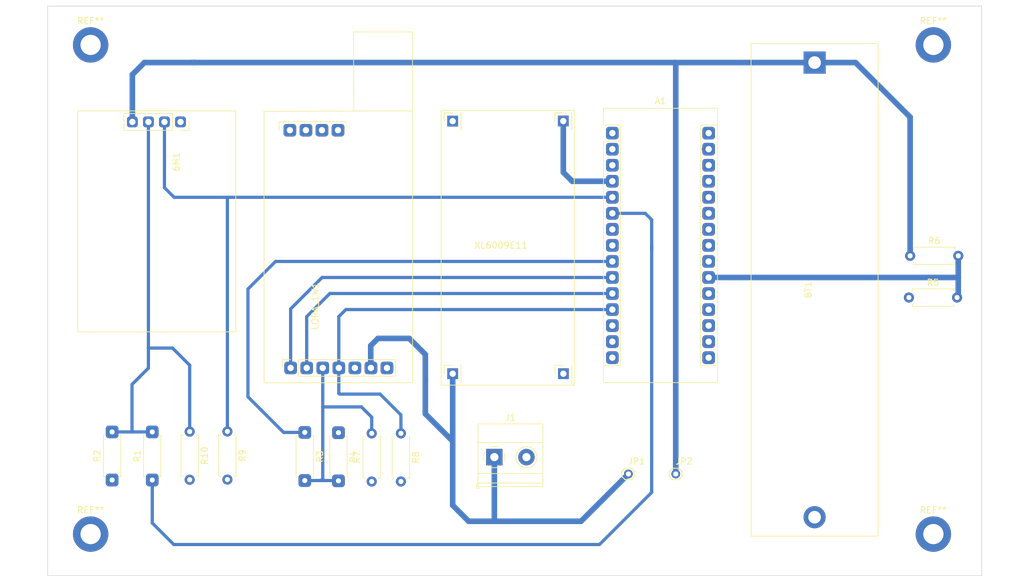
<source format=kicad_pcb>
(kicad_pcb (version 20171130) (host pcbnew "(5.1.6)-1")

  (general
    (thickness 1.6)
    (drawings 5)
    (tracks 98)
    (zones 0)
    (modules 22)
    (nets 34)
  )

  (page A4)
  (layers
    (0 F.Cu signal)
    (31 B.Cu signal)
    (32 B.Adhes user)
    (33 F.Adhes user)
    (34 B.Paste user)
    (35 F.Paste user)
    (36 B.SilkS user)
    (37 F.SilkS user)
    (38 B.Mask user)
    (39 F.Mask user)
    (40 Dwgs.User user)
    (41 Cmts.User user)
    (42 Eco1.User user)
    (43 Eco2.User user)
    (44 Edge.Cuts user)
    (45 Margin user)
    (46 B.CrtYd user)
    (47 F.CrtYd user)
    (48 B.Fab user)
    (49 F.Fab user)
  )

  (setup
    (last_trace_width 0.889)
    (user_trace_width 0.508)
    (user_trace_width 0.889)
    (user_trace_width 1)
    (trace_clearance 0.2)
    (zone_clearance 0.508)
    (zone_45_only no)
    (trace_min 0.2)
    (via_size 0.8)
    (via_drill 0.4)
    (via_min_size 0.4)
    (via_min_drill 0.3)
    (uvia_size 0.3)
    (uvia_drill 0.1)
    (uvias_allowed no)
    (uvia_min_size 0.2)
    (uvia_min_drill 0.1)
    (edge_width 0.05)
    (segment_width 0.2)
    (pcb_text_width 0.3)
    (pcb_text_size 1.5 1.5)
    (mod_edge_width 0.12)
    (mod_text_size 1 1)
    (mod_text_width 0.15)
    (pad_size 2 2)
    (pad_drill 0.8)
    (pad_to_mask_clearance 0.05)
    (aux_axis_origin 0 0)
    (visible_elements 7FFFF7FF)
    (pcbplotparams
      (layerselection 0x010fc_ffffffff)
      (usegerberextensions false)
      (usegerberattributes true)
      (usegerberadvancedattributes true)
      (creategerberjobfile true)
      (excludeedgelayer true)
      (linewidth 0.100000)
      (plotframeref false)
      (viasonmask false)
      (mode 1)
      (useauxorigin false)
      (hpglpennumber 1)
      (hpglpenspeed 20)
      (hpglpendiameter 15.000000)
      (psnegative false)
      (psa4output false)
      (plotreference true)
      (plotvalue true)
      (plotinvisibletext false)
      (padsonsilk false)
      (subtractmaskfromsilk false)
      (outputformat 1)
      (mirror false)
      (drillshape 1)
      (scaleselection 1)
      (outputdirectory ""))
  )

  (net 0 "")
  (net 1 "Net-(A1-Pad1)")
  (net 2 "Net-(A1-Pad17)")
  (net 3 "Net-(A1-Pad2)")
  (net 4 "Net-(A1-Pad18)")
  (net 5 "Net-(A1-Pad3)")
  (net 6 "Net-(A1-Pad19)")
  (net 7 GND)
  (net 8 "Net-(A1-Pad20)")
  (net 9 RX_GPS)
  (net 10 "Net-(A1-Pad22)")
  (net 11 "Net-(A1-Pad7)")
  (net 12 "Net-(A1-Pad23)")
  (net 13 "Net-(A1-Pad8)")
  (net 14 "Net-(A1-Pad24)")
  (net 15 "Net-(A1-Pad25)")
  (net 16 "Net-(A1-Pad26)")
  (net 17 "Net-(A1-Pad28)")
  (net 18 "Net-(A1-Pad13)")
  (net 19 M1)
  (net 20 VIN)
  (net 21 M0)
  (net 22 "Net-(A1-Pad16)")
  (net 23 RX_LORA)
  (net 24 "Net-(A1-Pad14)")
  (net 25 "Net-(A1-Pad15)")
  (net 26 "Net-(LORA_1W1-Pad5)")
  (net 27 D2)
  (net 28 D9)
  (net 29 D6)
  (net 30 D3)
  (net 31 A2)
  (net 32 7V_STEPUP)
  (net 33 "Net-(A1-Pad27)")

  (net_class Default "Esta é a classe de rede padrão."
    (clearance 0.2)
    (trace_width 1)
    (via_dia 0.8)
    (via_drill 0.4)
    (uvia_dia 0.3)
    (uvia_drill 0.1)
    (add_net 7V_STEPUP)
    (add_net A2)
    (add_net D2)
    (add_net D3)
    (add_net D6)
    (add_net D9)
    (add_net GND)
    (add_net M0)
    (add_net M1)
    (add_net "Net-(A1-Pad1)")
    (add_net "Net-(A1-Pad13)")
    (add_net "Net-(A1-Pad14)")
    (add_net "Net-(A1-Pad15)")
    (add_net "Net-(A1-Pad16)")
    (add_net "Net-(A1-Pad17)")
    (add_net "Net-(A1-Pad18)")
    (add_net "Net-(A1-Pad19)")
    (add_net "Net-(A1-Pad2)")
    (add_net "Net-(A1-Pad20)")
    (add_net "Net-(A1-Pad22)")
    (add_net "Net-(A1-Pad23)")
    (add_net "Net-(A1-Pad24)")
    (add_net "Net-(A1-Pad25)")
    (add_net "Net-(A1-Pad26)")
    (add_net "Net-(A1-Pad27)")
    (add_net "Net-(A1-Pad28)")
    (add_net "Net-(A1-Pad3)")
    (add_net "Net-(A1-Pad7)")
    (add_net "Net-(A1-Pad8)")
    (add_net "Net-(LORA_1W1-Pad5)")
    (add_net RX_GPS)
    (add_net RX_LORA)
    (add_net VIN)
  )

  (module TestPoint:Furo_Jumper (layer F.Cu) (tedit 5F1D9B2D) (tstamp 5F1E2A1E)
    (at 189.103 133.985)
    (descr Furo_Jumper)
    (tags "CONN DEV")
    (path /5F1F390C)
    (attr virtual)
    (fp_text reference JP2 (at 1.3 -2) (layer F.SilkS)
      (effects (font (size 1 1) (thickness 0.15)))
    )
    (fp_text value Jumper (at 1.27 2) (layer F.Fab)
      (effects (font (size 1 1) (thickness 0.15)))
    )
    (fp_text user %R (at 1.3 -2) (layer F.Fab)
      (effects (font (size 1 1) (thickness 0.15)))
    )
    (fp_line (start -1.03 -0.4) (end -0.53 -0.9) (layer F.SilkS) (width 0.15))
    (fp_line (start -1.03 0.4) (end -1.03 -0.4) (layer F.SilkS) (width 0.15))
    (fp_line (start -0.53 0.9) (end -1.03 0.4) (layer F.SilkS) (width 0.15))
    (fp_line (start 0.5 0.9) (end -0.53 0.9) (layer F.SilkS) (width 0.15))
    (fp_line (start 1 0.4) (end 0.5 0.9) (layer F.SilkS) (width 0.15))
    (fp_line (start 1 -0.4) (end 1 0.4) (layer F.SilkS) (width 0.15))
    (fp_line (start 0.5 -0.9) (end 1 -0.4) (layer F.SilkS) (width 0.15))
    (fp_line (start -0.53 -0.9) (end 0.5 -0.9) (layer F.SilkS) (width 0.15))
    (pad 1 thru_hole circle (at 0 0) (size 1.4 1.4) (drill 0.8) (layers *.Cu *.Mask)
      (net 20 VIN))
  )

  (module TestPoint:Furo_Jumper (layer F.Cu) (tedit 5F1D9B2D) (tstamp 5F1E2A10)
    (at 181.61 133.985)
    (descr Furo_Jumper)
    (tags "CONN DEV")
    (path /5F1F32C6)
    (attr virtual)
    (fp_text reference JP1 (at 1.3 -2) (layer F.SilkS)
      (effects (font (size 1 1) (thickness 0.15)))
    )
    (fp_text value Jumper (at 1.27 2) (layer F.Fab)
      (effects (font (size 1 1) (thickness 0.15)))
    )
    (fp_text user %R (at 1.3 -2) (layer F.Fab)
      (effects (font (size 1 1) (thickness 0.15)))
    )
    (fp_line (start -1.03 -0.4) (end -0.53 -0.9) (layer F.SilkS) (width 0.15))
    (fp_line (start -1.03 0.4) (end -1.03 -0.4) (layer F.SilkS) (width 0.15))
    (fp_line (start -0.53 0.9) (end -1.03 0.4) (layer F.SilkS) (width 0.15))
    (fp_line (start 0.5 0.9) (end -0.53 0.9) (layer F.SilkS) (width 0.15))
    (fp_line (start 1 0.4) (end 0.5 0.9) (layer F.SilkS) (width 0.15))
    (fp_line (start 1 -0.4) (end 1 0.4) (layer F.SilkS) (width 0.15))
    (fp_line (start 0.5 -0.9) (end 1 -0.4) (layer F.SilkS) (width 0.15))
    (fp_line (start -0.53 -0.9) (end 0.5 -0.9) (layer F.SilkS) (width 0.15))
    (pad 1 thru_hole circle (at 0 0) (size 1.4 1.4) (drill 0.8) (layers *.Cu *.Mask)
      (net 20 VIN))
  )

  (module Converter_DCDC:STEPUP_XL6009E1 (layer F.Cu) (tedit 5F1D8626) (tstamp 5F1DF766)
    (at 171.323 118.11 90)
    (descr "Through hole straight socket strip, 1x01, 2.54mm pitch, single row (from Kicad 4.0.7), script generated")
    (tags "Through hole socket strip THT 1x01 2.54mm single row")
    (path /5F1DCBFD)
    (fp_text reference XL6009E11 (at 20.32 -9.8933) (layer F.SilkS)
      (effects (font (size 1 1) (thickness 0.15)))
    )
    (fp_text value STEPUP (at 17.6 -10) (layer F.Fab)
      (effects (font (size 1 1) (thickness 0.15)))
    )
    (fp_line (start -1.8034 1.7272) (end -1.8034 -19.3421) (layer F.SilkS) (width 0.12))
    (fp_line (start 41.7195 1.7272) (end -1.8034 1.7272) (layer F.SilkS) (width 0.12))
    (fp_line (start 41.6814 -19.3294) (end 41.6814 1.7145) (layer F.SilkS) (width 0.12))
    (fp_line (start -1.7907 -19.3421) (end 41.6814 -19.3421) (layer F.SilkS) (width 0.12))
    (fp_line (start 38.7427 -1.2827) (end 40.6477 -1.2827) (layer F.Fab) (width 0.1))
    (fp_line (start 40.6477 -1.2827) (end 41.2827 -0.6477) (layer F.Fab) (width 0.1))
    (fp_line (start 41.2827 -0.6477) (end 41.2827 1.2573) (layer F.Fab) (width 0.1))
    (fp_line (start 41.2827 1.2573) (end 38.7427 1.2573) (layer F.Fab) (width 0.1))
    (fp_line (start 38.7427 1.2573) (end 38.7427 -1.2827) (layer F.Fab) (width 0.1))
    (fp_line (start 38.6827 1.3173) (end 41.3427 1.3173) (layer F.SilkS) (width 0.12))
    (fp_line (start 38.6827 1.1973) (end 38.6827 1.3173) (layer F.SilkS) (width 0.12))
    (fp_line (start 41.3427 1.1973) (end 41.3427 1.3173) (layer F.SilkS) (width 0.12))
    (fp_line (start 41.3427 -1.3427) (end 41.3427 -0.0127) (layer F.SilkS) (width 0.12))
    (fp_line (start 40.0127 -1.3427) (end 41.3427 -1.3427) (layer F.SilkS) (width 0.12))
    (fp_line (start 38.2127 -1.8127) (end 41.7627 -1.8127) (layer F.CrtYd) (width 0.05))
    (fp_line (start 41.7627 -1.8127) (end 41.7627 1.7373) (layer F.CrtYd) (width 0.05))
    (fp_line (start 41.7627 1.7373) (end 38.2127 1.7373) (layer F.CrtYd) (width 0.05))
    (fp_line (start 38.2127 1.7373) (end 38.2127 -1.8127) (layer F.CrtYd) (width 0.05))
    (fp_line (start 38.7427 -1.2827) (end 40.6477 -1.2827) (layer F.Fab) (width 0.1))
    (fp_line (start 40.6477 -1.2827) (end 41.2827 -0.6477) (layer F.Fab) (width 0.1))
    (fp_line (start 41.2827 -0.6477) (end 41.2827 1.2573) (layer F.Fab) (width 0.1))
    (fp_line (start 41.2827 1.2573) (end 38.7427 1.2573) (layer F.Fab) (width 0.1))
    (fp_line (start 38.7427 1.2573) (end 38.7427 -1.2827) (layer F.Fab) (width 0.1))
    (fp_line (start 38.6827 1.3173) (end 41.3427 1.3173) (layer F.SilkS) (width 0.12))
    (fp_line (start 38.6827 1.1973) (end 38.6827 1.3173) (layer F.SilkS) (width 0.12))
    (fp_line (start 41.3427 1.1973) (end 41.3427 1.3173) (layer F.SilkS) (width 0.12))
    (fp_line (start 41.3427 -1.3427) (end 41.3427 -0.0127) (layer F.SilkS) (width 0.12))
    (fp_line (start 40.0127 -1.3427) (end 41.3427 -1.3427) (layer F.SilkS) (width 0.12))
    (fp_line (start 38.2127 -1.8127) (end 41.7627 -1.8127) (layer F.CrtYd) (width 0.05))
    (fp_line (start 41.7627 -1.8127) (end 41.7627 1.7373) (layer F.CrtYd) (width 0.05))
    (fp_line (start 41.7627 1.7373) (end 38.2127 1.7373) (layer F.CrtYd) (width 0.05))
    (fp_line (start 38.2127 1.7373) (end 38.2127 -1.8127) (layer F.CrtYd) (width 0.05))
    (fp_line (start 38.73 -18.7827) (end 40.635 -18.7827) (layer F.Fab) (width 0.1))
    (fp_line (start 40.635 -18.7827) (end 41.27 -18.1477) (layer F.Fab) (width 0.1))
    (fp_line (start 41.27 -18.1477) (end 41.27 -16.2427) (layer F.Fab) (width 0.1))
    (fp_line (start 41.27 -16.2427) (end 38.73 -16.2427) (layer F.Fab) (width 0.1))
    (fp_line (start 38.73 -16.2427) (end 38.73 -18.7827) (layer F.Fab) (width 0.1))
    (fp_line (start 38.67 -16.1827) (end 41.33 -16.1827) (layer F.SilkS) (width 0.12))
    (fp_line (start 38.67 -16.3027) (end 38.67 -16.1827) (layer F.SilkS) (width 0.12))
    (fp_line (start 41.33 -16.3027) (end 41.33 -16.1827) (layer F.SilkS) (width 0.12))
    (fp_line (start 41.33 -18.8427) (end 41.33 -17.5127) (layer F.SilkS) (width 0.12))
    (fp_line (start 40 -18.8427) (end 41.33 -18.8427) (layer F.SilkS) (width 0.12))
    (fp_line (start 38.2 -19.3127) (end 41.75 -19.3127) (layer F.CrtYd) (width 0.05))
    (fp_line (start 41.75 -19.3127) (end 41.75 -15.7627) (layer F.CrtYd) (width 0.05))
    (fp_line (start 41.75 -15.7627) (end 38.2 -15.7627) (layer F.CrtYd) (width 0.05))
    (fp_line (start 38.2 -15.7627) (end 38.2 -19.3127) (layer F.CrtYd) (width 0.05))
    (fp_line (start 38.73 -18.7827) (end 40.635 -18.7827) (layer F.Fab) (width 0.1))
    (fp_line (start 40.635 -18.7827) (end 41.27 -18.1477) (layer F.Fab) (width 0.1))
    (fp_line (start 41.27 -18.1477) (end 41.27 -16.2427) (layer F.Fab) (width 0.1))
    (fp_line (start 41.27 -16.2427) (end 38.73 -16.2427) (layer F.Fab) (width 0.1))
    (fp_line (start 38.73 -16.2427) (end 38.73 -18.7827) (layer F.Fab) (width 0.1))
    (fp_line (start 38.67 -16.1827) (end 41.33 -16.1827) (layer F.SilkS) (width 0.12))
    (fp_line (start 38.67 -16.3027) (end 38.67 -16.1827) (layer F.SilkS) (width 0.12))
    (fp_line (start 41.33 -16.3027) (end 41.33 -16.1827) (layer F.SilkS) (width 0.12))
    (fp_line (start 41.33 -18.8427) (end 41.33 -17.5127) (layer F.SilkS) (width 0.12))
    (fp_line (start 40 -18.8427) (end 41.33 -18.8427) (layer F.SilkS) (width 0.12))
    (fp_line (start 38.2 -19.3127) (end 41.75 -19.3127) (layer F.CrtYd) (width 0.05))
    (fp_line (start 41.75 -19.3127) (end 41.75 -15.7627) (layer F.CrtYd) (width 0.05))
    (fp_line (start 41.75 -15.7627) (end 38.2 -15.7627) (layer F.CrtYd) (width 0.05))
    (fp_line (start 38.2 -15.7627) (end 38.2 -19.3127) (layer F.CrtYd) (width 0.05))
    (fp_line (start -1.27 -18.7827) (end 0.635 -18.7827) (layer F.Fab) (width 0.1))
    (fp_line (start 0.635 -18.7827) (end 1.27 -18.1477) (layer F.Fab) (width 0.1))
    (fp_line (start 1.27 -18.1477) (end 1.27 -16.2427) (layer F.Fab) (width 0.1))
    (fp_line (start 1.27 -16.2427) (end -1.27 -16.2427) (layer F.Fab) (width 0.1))
    (fp_line (start -1.27 -16.2427) (end -1.27 -18.7827) (layer F.Fab) (width 0.1))
    (fp_line (start -1.33 -16.1827) (end 1.33 -16.1827) (layer F.SilkS) (width 0.12))
    (fp_line (start -1.33 -16.3027) (end -1.33 -16.1827) (layer F.SilkS) (width 0.12))
    (fp_line (start 1.33 -16.3027) (end 1.33 -16.1827) (layer F.SilkS) (width 0.12))
    (fp_line (start 1.33 -18.8427) (end 1.33 -17.5127) (layer F.SilkS) (width 0.12))
    (fp_line (start 0 -18.8427) (end 1.33 -18.8427) (layer F.SilkS) (width 0.12))
    (fp_line (start -1.8 -19.3127) (end 1.75 -19.3127) (layer F.CrtYd) (width 0.05))
    (fp_line (start 1.75 -19.3127) (end 1.75 -15.7627) (layer F.CrtYd) (width 0.05))
    (fp_line (start 1.75 -15.7627) (end -1.8 -15.7627) (layer F.CrtYd) (width 0.05))
    (fp_line (start -1.8 -15.7627) (end -1.8 -19.3127) (layer F.CrtYd) (width 0.05))
    (fp_line (start -1.27 -1.27) (end 0.635 -1.27) (layer F.Fab) (width 0.1))
    (fp_line (start 0.635 -1.27) (end 1.27 -0.635) (layer F.Fab) (width 0.1))
    (fp_line (start 1.27 -0.635) (end 1.27 1.27) (layer F.Fab) (width 0.1))
    (fp_line (start 1.27 1.27) (end -1.27 1.27) (layer F.Fab) (width 0.1))
    (fp_line (start -1.27 1.27) (end -1.27 -1.27) (layer F.Fab) (width 0.1))
    (fp_line (start -1.33 1.33) (end 1.33 1.33) (layer F.SilkS) (width 0.12))
    (fp_line (start -1.33 1.21) (end -1.33 1.33) (layer F.SilkS) (width 0.12))
    (fp_line (start 1.33 1.21) (end 1.33 1.33) (layer F.SilkS) (width 0.12))
    (fp_line (start 1.33 -1.33) (end 1.33 0) (layer F.SilkS) (width 0.12))
    (fp_line (start 0 -1.33) (end 1.33 -1.33) (layer F.SilkS) (width 0.12))
    (fp_line (start -1.8 -1.8) (end 1.75 -1.8) (layer F.CrtYd) (width 0.05))
    (fp_line (start 1.75 -1.8) (end 1.75 1.75) (layer F.CrtYd) (width 0.05))
    (fp_line (start 1.75 1.75) (end -1.8 1.75) (layer F.CrtYd) (width 0.05))
    (fp_line (start -1.8 1.75) (end -1.8 -1.8) (layer F.CrtYd) (width 0.05))
    (pad 3 thru_hole rect (at 40.0127 -0.0127 90) (size 1.7 1.7) (drill 1) (layers *.Cu *.Mask)
      (net 7 GND))
    (pad 4 thru_hole rect (at 40 -17.5127 180) (size 1.7 1.7) (drill 1) (layers *.Cu *.Mask)
      (net 32 7V_STEPUP))
    (pad 2 thru_hole rect (at 0 -17.5127 90) (size 1.7 1.7) (drill 1) (layers *.Cu *.Mask)
      (net 20 VIN))
    (pad 1 thru_hole rect (at 0 0 90) (size 1.7 1.7) (drill 1) (layers *.Cu *.Mask)
      (net 7 GND))
    (model ${KISYS3DMOD}/Connector_PinSocket_2.54mm.3dshapes/PinSocket_1x01_P2.54mm_Vertical.wrl
      (at (xyz 0 0 0))
      (scale (xyz 1 1 1))
      (rotate (xyz 0 0 0))
    )
  )

  (module TerminalBlock_Phoenix:TerminalBlock_Phoenix_MKDS-1,5-2-5.08_1x02_P5.08mm_Horizontal (layer F.Cu) (tedit 5B294EBC) (tstamp 5EC93085)
    (at 160.401 131.318)
    (descr "Terminal Block Phoenix MKDS-1,5-2-5.08, 2 pins, pitch 5.08mm, size 10.2x9.8mm^2, drill diamater 1.3mm, pad diameter 2.6mm, see http://www.farnell.com/datasheets/100425.pdf, script-generated using https://github.com/pointhi/kicad-footprint-generator/scripts/TerminalBlock_Phoenix")
    (tags "THT Terminal Block Phoenix MKDS-1,5-2-5.08 pitch 5.08mm size 10.2x9.8mm^2 drill 1.3mm pad 2.6mm")
    (path /5EC87D36)
    (fp_text reference J1 (at 2.54 -6.26) (layer F.SilkS)
      (effects (font (size 1 1) (thickness 0.15)))
    )
    (fp_text value Screw_Terminal_01x02 (at 2.54 5.66) (layer F.Fab)
      (effects (font (size 1 1) (thickness 0.15)))
    )
    (fp_circle (center 0 0) (end 1.5 0) (layer F.Fab) (width 0.1))
    (fp_circle (center 5.08 0) (end 6.58 0) (layer F.Fab) (width 0.1))
    (fp_circle (center 5.08 0) (end 6.76 0) (layer F.SilkS) (width 0.12))
    (fp_line (start -2.54 -5.2) (end 7.62 -5.2) (layer F.Fab) (width 0.1))
    (fp_line (start 7.62 -5.2) (end 7.62 4.6) (layer F.Fab) (width 0.1))
    (fp_line (start 7.62 4.6) (end -2.04 4.6) (layer F.Fab) (width 0.1))
    (fp_line (start -2.04 4.6) (end -2.54 4.1) (layer F.Fab) (width 0.1))
    (fp_line (start -2.54 4.1) (end -2.54 -5.2) (layer F.Fab) (width 0.1))
    (fp_line (start -2.54 4.1) (end 7.62 4.1) (layer F.Fab) (width 0.1))
    (fp_line (start -2.6 4.1) (end 7.68 4.1) (layer F.SilkS) (width 0.12))
    (fp_line (start -2.54 2.6) (end 7.62 2.6) (layer F.Fab) (width 0.1))
    (fp_line (start -2.6 2.6) (end 7.68 2.6) (layer F.SilkS) (width 0.12))
    (fp_line (start -2.54 -2.3) (end 7.62 -2.3) (layer F.Fab) (width 0.1))
    (fp_line (start -2.6 -2.301) (end 7.68 -2.301) (layer F.SilkS) (width 0.12))
    (fp_line (start -2.6 -5.261) (end 7.68 -5.261) (layer F.SilkS) (width 0.12))
    (fp_line (start -2.6 4.66) (end 7.68 4.66) (layer F.SilkS) (width 0.12))
    (fp_line (start -2.6 -5.261) (end -2.6 4.66) (layer F.SilkS) (width 0.12))
    (fp_line (start 7.68 -5.261) (end 7.68 4.66) (layer F.SilkS) (width 0.12))
    (fp_line (start 1.138 -0.955) (end -0.955 1.138) (layer F.Fab) (width 0.1))
    (fp_line (start 0.955 -1.138) (end -1.138 0.955) (layer F.Fab) (width 0.1))
    (fp_line (start 6.218 -0.955) (end 4.126 1.138) (layer F.Fab) (width 0.1))
    (fp_line (start 6.035 -1.138) (end 3.943 0.955) (layer F.Fab) (width 0.1))
    (fp_line (start 6.355 -1.069) (end 6.308 -1.023) (layer F.SilkS) (width 0.12))
    (fp_line (start 4.046 1.239) (end 4.011 1.274) (layer F.SilkS) (width 0.12))
    (fp_line (start 6.15 -1.275) (end 6.115 -1.239) (layer F.SilkS) (width 0.12))
    (fp_line (start 3.853 1.023) (end 3.806 1.069) (layer F.SilkS) (width 0.12))
    (fp_line (start -2.84 4.16) (end -2.84 4.9) (layer F.SilkS) (width 0.12))
    (fp_line (start -2.84 4.9) (end -2.34 4.9) (layer F.SilkS) (width 0.12))
    (fp_line (start -3.04 -5.71) (end -3.04 5.1) (layer F.CrtYd) (width 0.05))
    (fp_line (start -3.04 5.1) (end 8.13 5.1) (layer F.CrtYd) (width 0.05))
    (fp_line (start 8.13 5.1) (end 8.13 -5.71) (layer F.CrtYd) (width 0.05))
    (fp_line (start 8.13 -5.71) (end -3.04 -5.71) (layer F.CrtYd) (width 0.05))
    (fp_arc (start 0 0) (end 0 1.68) (angle -24) (layer F.SilkS) (width 0.12))
    (fp_arc (start 0 0) (end 1.535 0.684) (angle -48) (layer F.SilkS) (width 0.12))
    (fp_arc (start 0 0) (end 0.684 -1.535) (angle -48) (layer F.SilkS) (width 0.12))
    (fp_arc (start 0 0) (end -1.535 -0.684) (angle -48) (layer F.SilkS) (width 0.12))
    (fp_arc (start 0 0) (end -0.684 1.535) (angle -25) (layer F.SilkS) (width 0.12))
    (fp_text user %R (at 2.54 3.2) (layer F.Fab)
      (effects (font (size 1 1) (thickness 0.15)))
    )
    (pad 1 thru_hole rect (at 0 0) (size 2.6 2.6) (drill 1.3) (layers *.Cu *.Mask)
      (net 20 VIN))
    (pad 2 thru_hole circle (at 5.08 0) (size 2.6 2.6) (drill 1.3) (layers *.Cu *.Mask)
      (net 7 GND))
    (model ${KISYS3DMOD}/TerminalBlock_Phoenix.3dshapes/TerminalBlock_Phoenix_MKDS-1,5-2-5.08_1x02_P5.08mm_Horizontal.wrl
      (at (xyz 0 0 0))
      (scale (xyz 1 1 1))
      (rotate (xyz 0 0 0))
    )
  )

  (module Module:Arduino_Nano (layer F.Cu) (tedit 5ECAFA20) (tstamp 5EC93059)
    (at 179.07 80.01)
    (descr "Arduino Nano, http://www.mouser.com/pdfdocs/Gravitech_Arduino_Nano3_0.pdf")
    (tags "Arduino Nano")
    (path /5EC53BFB)
    (fp_text reference A1 (at 7.62 -5.08) (layer F.SilkS)
      (effects (font (size 1 1) (thickness 0.15)))
    )
    (fp_text value Arduino_Nano_v3.x (at 8.89 19.05 90) (layer F.Fab)
      (effects (font (size 1 1) (thickness 0.15)))
    )
    (fp_line (start 16.75 42.16) (end -1.53 42.16) (layer F.CrtYd) (width 0.05))
    (fp_line (start 16.75 42.16) (end 16.75 -4.06) (layer F.CrtYd) (width 0.05))
    (fp_line (start -1.53 -4.06) (end -1.53 42.16) (layer F.CrtYd) (width 0.05))
    (fp_line (start -1.53 -4.06) (end 16.75 -4.06) (layer F.CrtYd) (width 0.05))
    (fp_line (start 16.51 -3.81) (end 16.51 39.37) (layer F.Fab) (width 0.1))
    (fp_line (start 0 -3.81) (end 16.51 -3.81) (layer F.Fab) (width 0.1))
    (fp_line (start -1.27 -2.54) (end 0 -3.81) (layer F.Fab) (width 0.1))
    (fp_line (start -1.27 39.37) (end -1.27 -2.54) (layer F.Fab) (width 0.1))
    (fp_line (start 16.51 39.37) (end -1.27 39.37) (layer F.Fab) (width 0.1))
    (fp_line (start 16.64 -3.94) (end -1.4 -3.94) (layer F.SilkS) (width 0.12))
    (fp_line (start 16.64 39.5) (end 16.64 -3.94) (layer F.SilkS) (width 0.12))
    (fp_line (start -1.4 39.5) (end 16.64 39.5) (layer F.SilkS) (width 0.12))
    (fp_line (start 3.81 41.91) (end 3.81 31.75) (layer F.Fab) (width 0.1))
    (fp_line (start 11.43 41.91) (end 3.81 41.91) (layer F.Fab) (width 0.1))
    (fp_line (start 11.43 31.75) (end 11.43 41.91) (layer F.Fab) (width 0.1))
    (fp_line (start 3.81 31.75) (end 11.43 31.75) (layer F.Fab) (width 0.1))
    (fp_line (start 1.27 36.83) (end -1.4 36.83) (layer F.SilkS) (width 0.12))
    (fp_line (start 1.27 1.27) (end 1.27 36.83) (layer F.SilkS) (width 0.12))
    (fp_line (start 1.27 1.27) (end -1.4 1.27) (layer F.SilkS) (width 0.12))
    (fp_line (start 13.97 36.83) (end 16.64 36.83) (layer F.SilkS) (width 0.12))
    (fp_line (start 13.97 -1.27) (end 13.97 36.83) (layer F.SilkS) (width 0.12))
    (fp_line (start 13.97 -1.27) (end 16.64 -1.27) (layer F.SilkS) (width 0.12))
    (fp_line (start -1.4 -3.94) (end -1.4 -1.27) (layer F.SilkS) (width 0.12))
    (fp_line (start -1.4 1.27) (end -1.4 39.5) (layer F.SilkS) (width 0.12))
    (fp_line (start 1.27 -1.27) (end -1.4 -1.27) (layer F.SilkS) (width 0.12))
    (fp_line (start 1.27 1.27) (end 1.27 -1.27) (layer F.SilkS) (width 0.12))
    (fp_text user %R (at 6.35 19.05 90) (layer F.Fab)
      (effects (font (size 1 1) (thickness 0.15)))
    )
    (pad 16 thru_hole roundrect (at 15.24 35.56) (size 2 2) (drill 1) (layers *.Cu *.Mask) (roundrect_rratio 0.25)
      (net 22 "Net-(A1-Pad16)") (clearance 0.508))
    (pad 15 thru_hole roundrect (at 0 35.56) (size 2 2) (drill 1) (layers *.Cu *.Mask) (roundrect_rratio 0.25)
      (net 25 "Net-(A1-Pad15)") (clearance 0.508))
    (pad 30 thru_hole roundrect (at 15.24 0) (size 2 2) (drill 1) (layers *.Cu *.Mask) (roundrect_rratio 0.25)
      (net 32 7V_STEPUP) (clearance 0.508))
    (pad 14 thru_hole roundrect (at 0 33.02) (size 2 2) (drill 1) (layers *.Cu *.Mask) (roundrect_rratio 0.25)
      (net 24 "Net-(A1-Pad14)") (clearance 0.508))
    (pad 29 thru_hole roundrect (at 15.24 2.54) (size 2 2) (drill 1) (layers *.Cu *.Mask) (roundrect_rratio 0.25)
      (net 7 GND) (clearance 0.508))
    (pad 13 thru_hole roundrect (at 0 30.48) (size 2 2) (drill 1) (layers *.Cu *.Mask) (roundrect_rratio 0.25)
      (net 18 "Net-(A1-Pad13)") (clearance 0.508))
    (pad 28 thru_hole roundrect (at 15.24 5.08) (size 2 2) (drill 1) (layers *.Cu *.Mask) (roundrect_rratio 0.25)
      (net 17 "Net-(A1-Pad28)") (clearance 0.508))
    (pad 12 thru_hole roundrect (at 0 27.94) (size 2 2) (drill 1) (layers *.Cu *.Mask) (roundrect_rratio 0.25)
      (net 28 D9) (clearance 0.508))
    (pad 27 thru_hole roundrect (at 15.24 7.62) (size 2 2) (drill 1) (layers *.Cu *.Mask) (roundrect_rratio 0.25)
      (net 33 "Net-(A1-Pad27)") (clearance 0.508))
    (pad 11 thru_hole roundrect (at 0 25.4) (size 2 2) (drill 1) (layers *.Cu *.Mask) (roundrect_rratio 0.25)
      (net 19 M1) (clearance 0.508))
    (pad 26 thru_hole roundrect (at 15.24 10.16) (size 2 2) (drill 1) (layers *.Cu *.Mask) (roundrect_rratio 0.25)
      (net 16 "Net-(A1-Pad26)") (clearance 0.508))
    (pad 10 thru_hole roundrect (at 0 22.86) (size 2 2) (drill 1) (layers *.Cu *.Mask) (roundrect_rratio 0.25)
      (net 21 M0) (clearance 0.508))
    (pad 25 thru_hole roundrect (at 15.24 12.7) (size 2 2) (drill 1) (layers *.Cu *.Mask) (roundrect_rratio 0.25)
      (net 15 "Net-(A1-Pad25)") (clearance 0.508))
    (pad 9 thru_hole roundrect (at 0 20.32) (size 2 2) (drill 1) (layers *.Cu *.Mask) (roundrect_rratio 0.25)
      (net 29 D6) (clearance 0.508))
    (pad 24 thru_hole roundrect (at 15.24 15.24) (size 2 2) (drill 1) (layers *.Cu *.Mask) (roundrect_rratio 0.25)
      (net 14 "Net-(A1-Pad24)") (clearance 0.508))
    (pad 8 thru_hole roundrect (at 0 17.78) (size 2 2) (drill 1) (layers *.Cu *.Mask) (roundrect_rratio 0.25)
      (net 13 "Net-(A1-Pad8)") (clearance 0.508))
    (pad 23 thru_hole roundrect (at 15.24 17.78) (size 2 2) (drill 1) (layers *.Cu *.Mask) (roundrect_rratio 0.25)
      (net 12 "Net-(A1-Pad23)") (clearance 0.508))
    (pad 7 thru_hole roundrect (at 0 15.24) (size 2 2) (drill 1) (layers *.Cu *.Mask) (roundrect_rratio 0.25)
      (net 11 "Net-(A1-Pad7)") (clearance 0.508))
    (pad 22 thru_hole roundrect (at 15.24 20.32) (size 2 2) (drill 1) (layers *.Cu *.Mask) (roundrect_rratio 0.25)
      (net 10 "Net-(A1-Pad22)") (clearance 0.508))
    (pad 6 thru_hole roundrect (at 0 12.7) (size 2 2) (drill 1) (layers *.Cu *.Mask) (roundrect_rratio 0.25)
      (net 30 D3) (clearance 0.508))
    (pad 21 thru_hole roundrect (at 15.24 22.86) (size 2 2) (drill 1) (layers *.Cu *.Mask) (roundrect_rratio 0.25)
      (net 31 A2) (clearance 0.508))
    (pad 5 thru_hole roundrect (at 0 10.16) (size 2 2) (drill 1) (layers *.Cu *.Mask) (roundrect_rratio 0.25)
      (net 27 D2) (clearance 0.508))
    (pad 20 thru_hole roundrect (at 15.24 25.4) (size 2 2) (drill 1) (layers *.Cu *.Mask) (roundrect_rratio 0.25)
      (net 8 "Net-(A1-Pad20)") (clearance 0.508))
    (pad 4 thru_hole roundrect (at 0 7.62) (size 2 2) (drill 1) (layers *.Cu *.Mask) (roundrect_rratio 0.25)
      (net 7 GND) (clearance 0.508))
    (pad 19 thru_hole roundrect (at 15.24 27.94) (size 2 2) (drill 1) (layers *.Cu *.Mask) (roundrect_rratio 0.25)
      (net 6 "Net-(A1-Pad19)") (clearance 0.508))
    (pad 3 thru_hole roundrect (at 0 5.08) (size 2 2) (drill 1) (layers *.Cu *.Mask) (roundrect_rratio 0.25)
      (net 5 "Net-(A1-Pad3)") (clearance 0.508))
    (pad 18 thru_hole roundrect (at 15.24 30.48) (size 2 2) (drill 1) (layers *.Cu *.Mask) (roundrect_rratio 0.25)
      (net 4 "Net-(A1-Pad18)") (clearance 0.508))
    (pad 2 thru_hole roundrect (at 0 2.54) (size 2 2) (drill 1) (layers *.Cu *.Mask) (roundrect_rratio 0.25)
      (net 3 "Net-(A1-Pad2)") (clearance 0.508))
    (pad 17 thru_hole roundrect (at 15.24 33.02) (size 2 2) (drill 1) (layers *.Cu *.Mask) (roundrect_rratio 0.25)
      (net 2 "Net-(A1-Pad17)") (clearance 0.508))
    (pad 1 thru_hole roundrect (at 0 0) (size 2 2) (drill 1) (layers *.Cu *.Mask) (roundrect_rratio 0.25)
      (net 1 "Net-(A1-Pad1)") (clearance 0.508))
    (model ${KISYS3DMOD}/Module.3dshapes/Arduino_Nano_WithMountingHoles.wrl
      (at (xyz 0 0 0))
      (scale (xyz 1 1 1))
      (rotate (xyz 0 0 0))
    )
  )

  (module Resistor_THT:R_Axial_DIN0207_L6.3mm_D2.5mm_P7.62mm_Horizontal (layer F.Cu) (tedit 5AE5139B) (tstamp 5EFC02A2)
    (at 112.1944 127.2794 270)
    (descr "Resistor, Axial_DIN0207 series, Axial, Horizontal, pin pitch=7.62mm, 0.25W = 1/4W, length*diameter=6.3*2.5mm^2, http://cdn-reichelt.de/documents/datenblatt/B400/1_4W%23YAG.pdf")
    (tags "Resistor Axial_DIN0207 series Axial Horizontal pin pitch 7.62mm 0.25W = 1/4W length 6.3mm diameter 2.5mm")
    (path /5EFD5853)
    (fp_text reference R10 (at 3.81 -2.37 90) (layer F.SilkS)
      (effects (font (size 1 1) (thickness 0.15)))
    )
    (fp_text value 4k7 (at 3.81 2.37 90) (layer F.Fab)
      (effects (font (size 1 1) (thickness 0.15)))
    )
    (fp_line (start 0.66 -1.25) (end 0.66 1.25) (layer F.Fab) (width 0.1))
    (fp_line (start 0.66 1.25) (end 6.96 1.25) (layer F.Fab) (width 0.1))
    (fp_line (start 6.96 1.25) (end 6.96 -1.25) (layer F.Fab) (width 0.1))
    (fp_line (start 6.96 -1.25) (end 0.66 -1.25) (layer F.Fab) (width 0.1))
    (fp_line (start 0 0) (end 0.66 0) (layer F.Fab) (width 0.1))
    (fp_line (start 7.62 0) (end 6.96 0) (layer F.Fab) (width 0.1))
    (fp_line (start 0.54 -1.04) (end 0.54 -1.37) (layer F.SilkS) (width 0.12))
    (fp_line (start 0.54 -1.37) (end 7.08 -1.37) (layer F.SilkS) (width 0.12))
    (fp_line (start 7.08 -1.37) (end 7.08 -1.04) (layer F.SilkS) (width 0.12))
    (fp_line (start 0.54 1.04) (end 0.54 1.37) (layer F.SilkS) (width 0.12))
    (fp_line (start 0.54 1.37) (end 7.08 1.37) (layer F.SilkS) (width 0.12))
    (fp_line (start 7.08 1.37) (end 7.08 1.04) (layer F.SilkS) (width 0.12))
    (fp_line (start -1.05 -1.5) (end -1.05 1.5) (layer F.CrtYd) (width 0.05))
    (fp_line (start -1.05 1.5) (end 8.67 1.5) (layer F.CrtYd) (width 0.05))
    (fp_line (start 8.67 1.5) (end 8.67 -1.5) (layer F.CrtYd) (width 0.05))
    (fp_line (start 8.67 -1.5) (end -1.05 -1.5) (layer F.CrtYd) (width 0.05))
    (fp_text user %R (at 3.81 0 90) (layer F.Fab)
      (effects (font (size 1 1) (thickness 0.15)))
    )
    (pad 2 thru_hole oval (at 7.62 0 270) (size 1.6 1.6) (drill 0.8) (layers *.Cu *.Mask)
      (net 7 GND))
    (pad 1 thru_hole circle (at 0 0 270) (size 1.6 1.6) (drill 0.8) (layers *.Cu *.Mask)
      (net 9 RX_GPS))
    (model ${KISYS3DMOD}/Resistor_THT.3dshapes/R_Axial_DIN0207_L6.3mm_D2.5mm_P7.62mm_Horizontal.wrl
      (at (xyz 0 0 0))
      (scale (xyz 1 1 1))
      (rotate (xyz 0 0 0))
    )
  )

  (module Resistor_THT:R_Axial_DIN0207_L6.3mm_D2.5mm_P7.62mm_Horizontal (layer F.Cu) (tedit 5AE5139B) (tstamp 5EFC028B)
    (at 118.1608 127.254 270)
    (descr "Resistor, Axial_DIN0207 series, Axial, Horizontal, pin pitch=7.62mm, 0.25W = 1/4W, length*diameter=6.3*2.5mm^2, http://cdn-reichelt.de/documents/datenblatt/B400/1_4W%23YAG.pdf")
    (tags "Resistor Axial_DIN0207 series Axial Horizontal pin pitch 7.62mm 0.25W = 1/4W length 6.3mm diameter 2.5mm")
    (path /5EFD5849)
    (fp_text reference R9 (at 3.81 -2.37 90) (layer F.SilkS)
      (effects (font (size 1 1) (thickness 0.15)))
    )
    (fp_text value 4k7 (at 3.81 2.37 90) (layer F.Fab)
      (effects (font (size 1 1) (thickness 0.15)))
    )
    (fp_line (start 0.66 -1.25) (end 0.66 1.25) (layer F.Fab) (width 0.1))
    (fp_line (start 0.66 1.25) (end 6.96 1.25) (layer F.Fab) (width 0.1))
    (fp_line (start 6.96 1.25) (end 6.96 -1.25) (layer F.Fab) (width 0.1))
    (fp_line (start 6.96 -1.25) (end 0.66 -1.25) (layer F.Fab) (width 0.1))
    (fp_line (start 0 0) (end 0.66 0) (layer F.Fab) (width 0.1))
    (fp_line (start 7.62 0) (end 6.96 0) (layer F.Fab) (width 0.1))
    (fp_line (start 0.54 -1.04) (end 0.54 -1.37) (layer F.SilkS) (width 0.12))
    (fp_line (start 0.54 -1.37) (end 7.08 -1.37) (layer F.SilkS) (width 0.12))
    (fp_line (start 7.08 -1.37) (end 7.08 -1.04) (layer F.SilkS) (width 0.12))
    (fp_line (start 0.54 1.04) (end 0.54 1.37) (layer F.SilkS) (width 0.12))
    (fp_line (start 0.54 1.37) (end 7.08 1.37) (layer F.SilkS) (width 0.12))
    (fp_line (start 7.08 1.37) (end 7.08 1.04) (layer F.SilkS) (width 0.12))
    (fp_line (start -1.05 -1.5) (end -1.05 1.5) (layer F.CrtYd) (width 0.05))
    (fp_line (start -1.05 1.5) (end 8.67 1.5) (layer F.CrtYd) (width 0.05))
    (fp_line (start 8.67 1.5) (end 8.67 -1.5) (layer F.CrtYd) (width 0.05))
    (fp_line (start 8.67 -1.5) (end -1.05 -1.5) (layer F.CrtYd) (width 0.05))
    (fp_text user %R (at 3.81 0 90) (layer F.Fab)
      (effects (font (size 1 1) (thickness 0.15)))
    )
    (pad 2 thru_hole oval (at 7.62 0 270) (size 1.6 1.6) (drill 0.8) (layers *.Cu *.Mask)
      (net 7 GND))
    (pad 1 thru_hole circle (at 0 0 270) (size 1.6 1.6) (drill 0.8) (layers *.Cu *.Mask)
      (net 27 D2))
    (model ${KISYS3DMOD}/Resistor_THT.3dshapes/R_Axial_DIN0207_L6.3mm_D2.5mm_P7.62mm_Horizontal.wrl
      (at (xyz 0 0 0))
      (scale (xyz 1 1 1))
      (rotate (xyz 0 0 0))
    )
  )

  (module Resistor_THT:R_Axial_DIN0207_L6.3mm_D2.5mm_P7.62mm_Horizontal (layer F.Cu) (tedit 5AE5139B) (tstamp 5EFC0274)
    (at 145.6182 127.5588 270)
    (descr "Resistor, Axial_DIN0207 series, Axial, Horizontal, pin pitch=7.62mm, 0.25W = 1/4W, length*diameter=6.3*2.5mm^2, http://cdn-reichelt.de/documents/datenblatt/B400/1_4W%23YAG.pdf")
    (tags "Resistor Axial_DIN0207 series Axial Horizontal pin pitch 7.62mm 0.25W = 1/4W length 6.3mm diameter 2.5mm")
    (path /5EFD545B)
    (fp_text reference R8 (at 3.81 -2.37 90) (layer F.SilkS)
      (effects (font (size 1 1) (thickness 0.15)))
    )
    (fp_text value 4k7 (at 3.81 2.37 90) (layer F.Fab)
      (effects (font (size 1 1) (thickness 0.15)))
    )
    (fp_line (start 0.66 -1.25) (end 0.66 1.25) (layer F.Fab) (width 0.1))
    (fp_line (start 0.66 1.25) (end 6.96 1.25) (layer F.Fab) (width 0.1))
    (fp_line (start 6.96 1.25) (end 6.96 -1.25) (layer F.Fab) (width 0.1))
    (fp_line (start 6.96 -1.25) (end 0.66 -1.25) (layer F.Fab) (width 0.1))
    (fp_line (start 0 0) (end 0.66 0) (layer F.Fab) (width 0.1))
    (fp_line (start 7.62 0) (end 6.96 0) (layer F.Fab) (width 0.1))
    (fp_line (start 0.54 -1.04) (end 0.54 -1.37) (layer F.SilkS) (width 0.12))
    (fp_line (start 0.54 -1.37) (end 7.08 -1.37) (layer F.SilkS) (width 0.12))
    (fp_line (start 7.08 -1.37) (end 7.08 -1.04) (layer F.SilkS) (width 0.12))
    (fp_line (start 0.54 1.04) (end 0.54 1.37) (layer F.SilkS) (width 0.12))
    (fp_line (start 0.54 1.37) (end 7.08 1.37) (layer F.SilkS) (width 0.12))
    (fp_line (start 7.08 1.37) (end 7.08 1.04) (layer F.SilkS) (width 0.12))
    (fp_line (start -1.05 -1.5) (end -1.05 1.5) (layer F.CrtYd) (width 0.05))
    (fp_line (start -1.05 1.5) (end 8.67 1.5) (layer F.CrtYd) (width 0.05))
    (fp_line (start 8.67 1.5) (end 8.67 -1.5) (layer F.CrtYd) (width 0.05))
    (fp_line (start 8.67 -1.5) (end -1.05 -1.5) (layer F.CrtYd) (width 0.05))
    (fp_text user %R (at 3.81 0 90) (layer F.Fab)
      (effects (font (size 1 1) (thickness 0.15)))
    )
    (pad 2 thru_hole oval (at 7.62 0 270) (size 1.6 1.6) (drill 0.8) (layers *.Cu *.Mask)
      (net 7 GND))
    (pad 1 thru_hole circle (at 0 0 270) (size 1.6 1.6) (drill 0.8) (layers *.Cu *.Mask)
      (net 28 D9))
    (model ${KISYS3DMOD}/Resistor_THT.3dshapes/R_Axial_DIN0207_L6.3mm_D2.5mm_P7.62mm_Horizontal.wrl
      (at (xyz 0 0 0))
      (scale (xyz 1 1 1))
      (rotate (xyz 0 0 0))
    )
  )

  (module Resistor_THT:R_Axial_DIN0207_L6.3mm_D2.5mm_P7.62mm_Horizontal (layer F.Cu) (tedit 5AE5139B) (tstamp 5EFC025D)
    (at 140.9954 135.1788 90)
    (descr "Resistor, Axial_DIN0207 series, Axial, Horizontal, pin pitch=7.62mm, 0.25W = 1/4W, length*diameter=6.3*2.5mm^2, http://cdn-reichelt.de/documents/datenblatt/B400/1_4W%23YAG.pdf")
    (tags "Resistor Axial_DIN0207 series Axial Horizontal pin pitch 7.62mm 0.25W = 1/4W length 6.3mm diameter 2.5mm")
    (path /5EFD4CF6)
    (fp_text reference R7 (at 3.81 -2.37 90) (layer F.SilkS)
      (effects (font (size 1 1) (thickness 0.15)))
    )
    (fp_text value 4k7 (at 3.81 2.37 90) (layer F.Fab)
      (effects (font (size 1 1) (thickness 0.15)))
    )
    (fp_line (start 0.66 -1.25) (end 0.66 1.25) (layer F.Fab) (width 0.1))
    (fp_line (start 0.66 1.25) (end 6.96 1.25) (layer F.Fab) (width 0.1))
    (fp_line (start 6.96 1.25) (end 6.96 -1.25) (layer F.Fab) (width 0.1))
    (fp_line (start 6.96 -1.25) (end 0.66 -1.25) (layer F.Fab) (width 0.1))
    (fp_line (start 0 0) (end 0.66 0) (layer F.Fab) (width 0.1))
    (fp_line (start 7.62 0) (end 6.96 0) (layer F.Fab) (width 0.1))
    (fp_line (start 0.54 -1.04) (end 0.54 -1.37) (layer F.SilkS) (width 0.12))
    (fp_line (start 0.54 -1.37) (end 7.08 -1.37) (layer F.SilkS) (width 0.12))
    (fp_line (start 7.08 -1.37) (end 7.08 -1.04) (layer F.SilkS) (width 0.12))
    (fp_line (start 0.54 1.04) (end 0.54 1.37) (layer F.SilkS) (width 0.12))
    (fp_line (start 0.54 1.37) (end 7.08 1.37) (layer F.SilkS) (width 0.12))
    (fp_line (start 7.08 1.37) (end 7.08 1.04) (layer F.SilkS) (width 0.12))
    (fp_line (start -1.05 -1.5) (end -1.05 1.5) (layer F.CrtYd) (width 0.05))
    (fp_line (start -1.05 1.5) (end 8.67 1.5) (layer F.CrtYd) (width 0.05))
    (fp_line (start 8.67 1.5) (end 8.67 -1.5) (layer F.CrtYd) (width 0.05))
    (fp_line (start 8.67 -1.5) (end -1.05 -1.5) (layer F.CrtYd) (width 0.05))
    (fp_text user %R (at 3.81 0 90) (layer F.Fab)
      (effects (font (size 1 1) (thickness 0.15)))
    )
    (pad 2 thru_hole oval (at 7.62 0 90) (size 1.6 1.6) (drill 0.8) (layers *.Cu *.Mask)
      (net 23 RX_LORA))
    (pad 1 thru_hole circle (at 0 0 90) (size 1.6 1.6) (drill 0.8) (layers *.Cu *.Mask)
      (net 7 GND))
    (model ${KISYS3DMOD}/Resistor_THT.3dshapes/R_Axial_DIN0207_L6.3mm_D2.5mm_P7.62mm_Horizontal.wrl
      (at (xyz 0 0 0))
      (scale (xyz 1 1 1))
      (rotate (xyz 0 0 0))
    )
  )

  (module Resistor_THT:R_Axial_DIN0207_L6.3mm_D2.5mm_P7.62mm_Horizontal (layer F.Cu) (tedit 5EEE5FE0) (tstamp 5EEE930E)
    (at 106.2736 134.94766 90)
    (descr "Resistor, Axial_DIN0207 series, Axial, Horizontal, pin pitch=7.62mm, 0.25W = 1/4W, length*diameter=6.3*2.5mm^2, http://cdn-reichelt.de/documents/datenblatt/B400/1_4W%23YAG.pdf")
    (tags "Resistor Axial_DIN0207 series Axial Horizontal pin pitch 7.62mm 0.25W = 1/4W length 6.3mm diameter 2.5mm")
    (path /5EEE284B)
    (fp_text reference R1 (at 3.81 -2.37 90) (layer F.SilkS)
      (effects (font (size 1 1) (thickness 0.15)))
    )
    (fp_text value 1k (at 3.81 2.37 90) (layer F.Fab)
      (effects (font (size 1 1) (thickness 0.15)))
    )
    (fp_line (start 0.66 -1.25) (end 0.66 1.25) (layer F.Fab) (width 0.1))
    (fp_line (start 0.66 1.25) (end 6.96 1.25) (layer F.Fab) (width 0.1))
    (fp_line (start 6.96 1.25) (end 6.96 -1.25) (layer F.Fab) (width 0.1))
    (fp_line (start 6.96 -1.25) (end 0.66 -1.25) (layer F.Fab) (width 0.1))
    (fp_line (start 0 0) (end 0.66 0) (layer F.Fab) (width 0.1))
    (fp_line (start 7.62 0) (end 6.96 0) (layer F.Fab) (width 0.1))
    (fp_line (start 0.54 -1.04) (end 0.54 -1.37) (layer F.SilkS) (width 0.12))
    (fp_line (start 0.54 -1.37) (end 7.08 -1.37) (layer F.SilkS) (width 0.12))
    (fp_line (start 7.08 -1.37) (end 7.08 -1.04) (layer F.SilkS) (width 0.12))
    (fp_line (start 0.54 1.04) (end 0.54 1.37) (layer F.SilkS) (width 0.12))
    (fp_line (start 0.54 1.37) (end 7.08 1.37) (layer F.SilkS) (width 0.12))
    (fp_line (start 7.08 1.37) (end 7.08 1.04) (layer F.SilkS) (width 0.12))
    (fp_line (start -1.05 -1.5) (end -1.05 1.5) (layer F.CrtYd) (width 0.05))
    (fp_line (start -1.05 1.5) (end 8.67 1.5) (layer F.CrtYd) (width 0.05))
    (fp_line (start 8.67 1.5) (end 8.67 -1.5) (layer F.CrtYd) (width 0.05))
    (fp_line (start 8.67 -1.5) (end -1.05 -1.5) (layer F.CrtYd) (width 0.05))
    (fp_text user %R (at 3.81 0) (layer F.Fab)
      (effects (font (size 1 1) (thickness 0.15)))
    )
    (pad 2 thru_hole roundrect (at 7.62 0 90) (size 2 2) (drill 0.8) (layers *.Cu *.Mask) (roundrect_rratio 0.25)
      (net 9 RX_GPS) (clearance 0.508))
    (pad 1 thru_hole roundrect (at 0 0 90) (size 2 2) (drill 0.8) (layers *.Cu *.Mask) (roundrect_rratio 0.25)
      (net 30 D3) (clearance 0.508))
    (model ${KISYS3DMOD}/Resistor_THT.3dshapes/R_Axial_DIN0207_L6.3mm_D2.5mm_P7.62mm_Horizontal.wrl
      (at (xyz 0 0 0))
      (scale (xyz 1 1 1))
      (rotate (xyz 0 0 0))
    )
  )

  (module Resistor_THT:R_Axial_DIN0207_L6.3mm_D2.5mm_P7.62mm_Horizontal (layer F.Cu) (tedit 5ECAF3BF) (tstamp 5EC9311F)
    (at 130.4036 127.4064 270)
    (descr "Resistor, Axial_DIN0207 series, Axial, Horizontal, pin pitch=7.62mm, 0.25W = 1/4W, length*diameter=6.3*2.5mm^2, http://cdn-reichelt.de/documents/datenblatt/B400/1_4W%23YAG.pdf")
    (tags "Resistor Axial_DIN0207 series Axial Horizontal pin pitch 7.62mm 0.25W = 1/4W length 6.3mm diameter 2.5mm")
    (path /5EC913E1)
    (fp_text reference R3 (at 3.81 -2.37 90) (layer F.SilkS)
      (effects (font (size 1 1) (thickness 0.15)))
    )
    (fp_text value 1k (at 3.81 2.37 90) (layer F.Fab)
      (effects (font (size 1 1) (thickness 0.15)))
    )
    (fp_line (start 8.67 -1.5) (end -1.05 -1.5) (layer F.CrtYd) (width 0.05))
    (fp_line (start 8.67 1.5) (end 8.67 -1.5) (layer F.CrtYd) (width 0.05))
    (fp_line (start -1.05 1.5) (end 8.67 1.5) (layer F.CrtYd) (width 0.05))
    (fp_line (start -1.05 -1.5) (end -1.05 1.5) (layer F.CrtYd) (width 0.05))
    (fp_line (start 7.08 1.37) (end 7.08 1.04) (layer F.SilkS) (width 0.12))
    (fp_line (start 0.54 1.37) (end 7.08 1.37) (layer F.SilkS) (width 0.12))
    (fp_line (start 0.54 1.04) (end 0.54 1.37) (layer F.SilkS) (width 0.12))
    (fp_line (start 7.08 -1.37) (end 7.08 -1.04) (layer F.SilkS) (width 0.12))
    (fp_line (start 0.54 -1.37) (end 7.08 -1.37) (layer F.SilkS) (width 0.12))
    (fp_line (start 0.54 -1.04) (end 0.54 -1.37) (layer F.SilkS) (width 0.12))
    (fp_line (start 7.62 0) (end 6.96 0) (layer F.Fab) (width 0.1))
    (fp_line (start 0 0) (end 0.66 0) (layer F.Fab) (width 0.1))
    (fp_line (start 6.96 -1.25) (end 0.66 -1.25) (layer F.Fab) (width 0.1))
    (fp_line (start 6.96 1.25) (end 6.96 -1.25) (layer F.Fab) (width 0.1))
    (fp_line (start 0.66 1.25) (end 6.96 1.25) (layer F.Fab) (width 0.1))
    (fp_line (start 0.66 -1.25) (end 0.66 1.25) (layer F.Fab) (width 0.1))
    (fp_text user %R (at 3.81 0 270) (layer F.Fab)
      (effects (font (size 1 1) (thickness 0.15)))
    )
    (pad 2 thru_hole roundrect (at 7.62 0 270) (size 2 2) (drill 0.8) (layers *.Cu *.Mask) (roundrect_rratio 0.25)
      (net 23 RX_LORA) (clearance 0.508))
    (pad 1 thru_hole roundrect (at 0 0 270) (size 2 2) (drill 0.8) (layers *.Cu *.Mask) (roundrect_rratio 0.25)
      (net 29 D6) (clearance 0.508))
    (model ${KISYS3DMOD}/Resistor_THT.3dshapes/R_Axial_DIN0207_L6.3mm_D2.5mm_P7.62mm_Horizontal.wrl
      (at (xyz 0 0 0))
      (scale (xyz 1 1 1))
      (rotate (xyz 0 0 0))
    )
  )

  (module Resistor_THT:R_Axial_DIN0207_L6.3mm_D2.5mm_P7.62mm_Horizontal (layer F.Cu) (tedit 5ECAF9BE) (tstamp 5EC93136)
    (at 135.7376 127.452 270)
    (descr "Resistor, Axial_DIN0207 series, Axial, Horizontal, pin pitch=7.62mm, 0.25W = 1/4W, length*diameter=6.3*2.5mm^2, http://cdn-reichelt.de/documents/datenblatt/B400/1_4W%23YAG.pdf")
    (tags "Resistor Axial_DIN0207 series Axial Horizontal pin pitch 7.62mm 0.25W = 1/4W length 6.3mm diameter 2.5mm")
    (path /5EC913EB)
    (fp_text reference R4 (at 3.81 -2.37 90) (layer F.SilkS)
      (effects (font (size 1 1) (thickness 0.15)))
    )
    (fp_text value 0,5k (at 3.81 2.37 90) (layer F.Fab)
      (effects (font (size 1 1) (thickness 0.15)))
    )
    (fp_line (start 8.67 -1.5) (end -1.05 -1.5) (layer F.CrtYd) (width 0.05))
    (fp_line (start 8.67 1.5) (end 8.67 -1.5) (layer F.CrtYd) (width 0.05))
    (fp_line (start -1.05 1.5) (end 8.67 1.5) (layer F.CrtYd) (width 0.05))
    (fp_line (start -1.05 -1.5) (end -1.05 1.5) (layer F.CrtYd) (width 0.05))
    (fp_line (start 7.08 1.37) (end 7.08 1.04) (layer F.SilkS) (width 0.12))
    (fp_line (start 0.54 1.37) (end 7.08 1.37) (layer F.SilkS) (width 0.12))
    (fp_line (start 0.54 1.04) (end 0.54 1.37) (layer F.SilkS) (width 0.12))
    (fp_line (start 7.08 -1.37) (end 7.08 -1.04) (layer F.SilkS) (width 0.12))
    (fp_line (start 0.54 -1.37) (end 7.08 -1.37) (layer F.SilkS) (width 0.12))
    (fp_line (start 0.54 -1.04) (end 0.54 -1.37) (layer F.SilkS) (width 0.12))
    (fp_line (start 7.62 0) (end 6.96 0) (layer F.Fab) (width 0.1))
    (fp_line (start 0 0) (end 0.66 0) (layer F.Fab) (width 0.1))
    (fp_line (start 6.96 -1.25) (end 0.66 -1.25) (layer F.Fab) (width 0.1))
    (fp_line (start 6.96 1.25) (end 6.96 -1.25) (layer F.Fab) (width 0.1))
    (fp_line (start 0.66 1.25) (end 6.96 1.25) (layer F.Fab) (width 0.1))
    (fp_line (start 0.66 -1.25) (end 0.66 1.25) (layer F.Fab) (width 0.1))
    (fp_text user %R (at 3.81 0 90) (layer F.Fab)
      (effects (font (size 1 1) (thickness 0.15)))
    )
    (pad 2 thru_hole roundrect (at 7.62 0 270) (size 2 2) (drill 0.8) (layers *.Cu *.Mask) (roundrect_rratio 0.25)
      (net 23 RX_LORA) (clearance 0.508))
    (pad 1 thru_hole roundrect (at 0 0 270) (size 2 2) (drill 0.8) (layers *.Cu *.Mask) (roundrect_rratio 0.25)
      (net 7 GND) (clearance 0.508))
    (model ${KISYS3DMOD}/Resistor_THT.3dshapes/R_Axial_DIN0207_L6.3mm_D2.5mm_P7.62mm_Horizontal.wrl
      (at (xyz 0 0 0))
      (scale (xyz 1 1 1))
      (rotate (xyz 0 0 0))
    )
  )

  (module Resistor_THT:R_Axial_DIN0207_L6.3mm_D2.5mm_P7.62mm_Horizontal (layer F.Cu) (tedit 5AE5139B) (tstamp 5EFBF32F)
    (at 226.187 99.441)
    (descr "Resistor, Axial_DIN0207 series, Axial, Horizontal, pin pitch=7.62mm, 0.25W = 1/4W, length*diameter=6.3*2.5mm^2, http://cdn-reichelt.de/documents/datenblatt/B400/1_4W%23YAG.pdf")
    (tags "Resistor Axial_DIN0207 series Axial Horizontal pin pitch 7.62mm 0.25W = 1/4W length 6.3mm diameter 2.5mm")
    (path /5EFC9734)
    (fp_text reference R6 (at 3.81 -2.37) (layer F.SilkS)
      (effects (font (size 1 1) (thickness 0.15)))
    )
    (fp_text value 5000k (at 3.81 2.37) (layer F.Fab)
      (effects (font (size 1 1) (thickness 0.15)))
    )
    (fp_line (start 8.67 -1.5) (end -1.05 -1.5) (layer F.CrtYd) (width 0.05))
    (fp_line (start 8.67 1.5) (end 8.67 -1.5) (layer F.CrtYd) (width 0.05))
    (fp_line (start -1.05 1.5) (end 8.67 1.5) (layer F.CrtYd) (width 0.05))
    (fp_line (start -1.05 -1.5) (end -1.05 1.5) (layer F.CrtYd) (width 0.05))
    (fp_line (start 7.08 1.37) (end 7.08 1.04) (layer F.SilkS) (width 0.12))
    (fp_line (start 0.54 1.37) (end 7.08 1.37) (layer F.SilkS) (width 0.12))
    (fp_line (start 0.54 1.04) (end 0.54 1.37) (layer F.SilkS) (width 0.12))
    (fp_line (start 7.08 -1.37) (end 7.08 -1.04) (layer F.SilkS) (width 0.12))
    (fp_line (start 0.54 -1.37) (end 7.08 -1.37) (layer F.SilkS) (width 0.12))
    (fp_line (start 0.54 -1.04) (end 0.54 -1.37) (layer F.SilkS) (width 0.12))
    (fp_line (start 7.62 0) (end 6.96 0) (layer F.Fab) (width 0.1))
    (fp_line (start 0 0) (end 0.66 0) (layer F.Fab) (width 0.1))
    (fp_line (start 6.96 -1.25) (end 0.66 -1.25) (layer F.Fab) (width 0.1))
    (fp_line (start 6.96 1.25) (end 6.96 -1.25) (layer F.Fab) (width 0.1))
    (fp_line (start 0.66 1.25) (end 6.96 1.25) (layer F.Fab) (width 0.1))
    (fp_line (start 0.66 -1.25) (end 0.66 1.25) (layer F.Fab) (width 0.1))
    (fp_text user %R (at 3.81 0) (layer F.Fab)
      (effects (font (size 1 1) (thickness 0.15)))
    )
    (pad 1 thru_hole circle (at 0 0) (size 1.6 1.6) (drill 0.8) (layers *.Cu *.Mask)
      (net 20 VIN))
    (pad 2 thru_hole oval (at 7.62 0) (size 1.6 1.6) (drill 0.8) (layers *.Cu *.Mask)
      (net 31 A2))
    (model ${KISYS3DMOD}/Resistor_THT.3dshapes/R_Axial_DIN0207_L6.3mm_D2.5mm_P7.62mm_Horizontal.wrl
      (at (xyz 0 0 0))
      (scale (xyz 1 1 1))
      (rotate (xyz 0 0 0))
    )
  )

  (module Resistor_THT:R_Axial_DIN0207_L6.3mm_D2.5mm_P7.62mm_Horizontal (layer F.Cu) (tedit 5AE5139B) (tstamp 5EFBF318)
    (at 225.997 106.045)
    (descr "Resistor, Axial_DIN0207 series, Axial, Horizontal, pin pitch=7.62mm, 0.25W = 1/4W, length*diameter=6.3*2.5mm^2, http://cdn-reichelt.de/documents/datenblatt/B400/1_4W%23YAG.pdf")
    (tags "Resistor Axial_DIN0207 series Axial Horizontal pin pitch 7.62mm 0.25W = 1/4W length 6.3mm diameter 2.5mm")
    (path /5EFC973E)
    (fp_text reference R5 (at 3.81 -2.37) (layer F.SilkS)
      (effects (font (size 1 1) (thickness 0.15)))
    )
    (fp_text value 500k (at 3.81 2.37) (layer F.Fab)
      (effects (font (size 1 1) (thickness 0.15)))
    )
    (fp_line (start 8.67 -1.5) (end -1.05 -1.5) (layer F.CrtYd) (width 0.05))
    (fp_line (start 8.67 1.5) (end 8.67 -1.5) (layer F.CrtYd) (width 0.05))
    (fp_line (start -1.05 1.5) (end 8.67 1.5) (layer F.CrtYd) (width 0.05))
    (fp_line (start -1.05 -1.5) (end -1.05 1.5) (layer F.CrtYd) (width 0.05))
    (fp_line (start 7.08 1.37) (end 7.08 1.04) (layer F.SilkS) (width 0.12))
    (fp_line (start 0.54 1.37) (end 7.08 1.37) (layer F.SilkS) (width 0.12))
    (fp_line (start 0.54 1.04) (end 0.54 1.37) (layer F.SilkS) (width 0.12))
    (fp_line (start 7.08 -1.37) (end 7.08 -1.04) (layer F.SilkS) (width 0.12))
    (fp_line (start 0.54 -1.37) (end 7.08 -1.37) (layer F.SilkS) (width 0.12))
    (fp_line (start 0.54 -1.04) (end 0.54 -1.37) (layer F.SilkS) (width 0.12))
    (fp_line (start 7.62 0) (end 6.96 0) (layer F.Fab) (width 0.1))
    (fp_line (start 0 0) (end 0.66 0) (layer F.Fab) (width 0.1))
    (fp_line (start 6.96 -1.25) (end 0.66 -1.25) (layer F.Fab) (width 0.1))
    (fp_line (start 6.96 1.25) (end 6.96 -1.25) (layer F.Fab) (width 0.1))
    (fp_line (start 0.66 1.25) (end 6.96 1.25) (layer F.Fab) (width 0.1))
    (fp_line (start 0.66 -1.25) (end 0.66 1.25) (layer F.Fab) (width 0.1))
    (fp_text user %R (at 3.81 0) (layer F.Fab)
      (effects (font (size 1 1) (thickness 0.15)))
    )
    (pad 1 thru_hole circle (at 0 0) (size 1.6 1.6) (drill 0.8) (layers *.Cu *.Mask)
      (net 7 GND))
    (pad 2 thru_hole oval (at 7.62 0) (size 1.6 1.6) (drill 0.8) (layers *.Cu *.Mask)
      (net 31 A2))
    (model ${KISYS3DMOD}/Resistor_THT.3dshapes/R_Axial_DIN0207_L6.3mm_D2.5mm_P7.62mm_Horizontal.wrl
      (at (xyz 0 0 0))
      (scale (xyz 1 1 1))
      (rotate (xyz 0 0 0))
    )
  )

  (module MountingHole:MountingHole_3.2mm_M3_DIN965_Pad (layer F.Cu) (tedit 56D1B4CB) (tstamp 5EEEA22F)
    (at 229.87 66.04)
    (descr "Mounting Hole 3.2mm, M3, DIN965")
    (tags "mounting hole 3.2mm m3 din965")
    (attr virtual)
    (fp_text reference REF** (at 0 -3.8) (layer F.SilkS)
      (effects (font (size 1 1) (thickness 0.15)))
    )
    (fp_text value MountingHole_3.2mm_M3_DIN965_Pad (at 0 3.8) (layer F.Fab)
      (effects (font (size 1 1) (thickness 0.15)))
    )
    (fp_circle (center 0 0) (end 3.05 0) (layer F.CrtYd) (width 0.05))
    (fp_circle (center 0 0) (end 2.8 0) (layer Cmts.User) (width 0.15))
    (fp_text user %R (at 0.3 0) (layer F.Fab)
      (effects (font (size 1 1) (thickness 0.15)))
    )
    (pad 1 thru_hole circle (at 0 0) (size 5.6 5.6) (drill 3.2) (layers *.Cu *.Mask))
  )

  (module MountingHole:MountingHole_3.2mm_M3_DIN965_Pad (layer F.Cu) (tedit 56D1B4CB) (tstamp 5EEEA212)
    (at 229.87 143.51)
    (descr "Mounting Hole 3.2mm, M3, DIN965")
    (tags "mounting hole 3.2mm m3 din965")
    (attr virtual)
    (fp_text reference REF** (at 0 -3.8) (layer F.SilkS)
      (effects (font (size 1 1) (thickness 0.15)))
    )
    (fp_text value MountingHole_3.2mm_M3_DIN965_Pad (at 0 3.8) (layer F.Fab)
      (effects (font (size 1 1) (thickness 0.15)))
    )
    (fp_circle (center 0 0) (end 3.05 0) (layer F.CrtYd) (width 0.05))
    (fp_circle (center 0 0) (end 2.8 0) (layer Cmts.User) (width 0.15))
    (fp_text user %R (at 0.3 0) (layer F.Fab)
      (effects (font (size 1 1) (thickness 0.15)))
    )
    (pad 1 thru_hole circle (at 0 0) (size 5.6 5.6) (drill 3.2) (layers *.Cu *.Mask))
  )

  (module MountingHole:MountingHole_3.2mm_M3_DIN965_Pad (layer F.Cu) (tedit 56D1B4CB) (tstamp 5EEEA1F5)
    (at 96.52 66.04)
    (descr "Mounting Hole 3.2mm, M3, DIN965")
    (tags "mounting hole 3.2mm m3 din965")
    (attr virtual)
    (fp_text reference REF** (at 0 -3.8) (layer F.SilkS)
      (effects (font (size 1 1) (thickness 0.15)))
    )
    (fp_text value MountingHole_3.2mm_M3_DIN965_Pad (at 0 3.8) (layer F.Fab)
      (effects (font (size 1 1) (thickness 0.15)))
    )
    (fp_circle (center 0 0) (end 3.05 0) (layer F.CrtYd) (width 0.05))
    (fp_circle (center 0 0) (end 2.8 0) (layer Cmts.User) (width 0.15))
    (fp_text user %R (at 0.3 0) (layer F.Fab)
      (effects (font (size 1 1) (thickness 0.15)))
    )
    (pad 1 thru_hole circle (at 0 0) (size 5.6 5.6) (drill 3.2) (layers *.Cu *.Mask))
  )

  (module MountingHole:MountingHole_3.2mm_M3_DIN965_Pad (layer F.Cu) (tedit 56D1B4CB) (tstamp 5EEEA0B3)
    (at 96.52 143.51)
    (descr "Mounting Hole 3.2mm, M3, DIN965")
    (tags "mounting hole 3.2mm m3 din965")
    (attr virtual)
    (fp_text reference REF** (at 0 -3.8) (layer F.SilkS)
      (effects (font (size 1 1) (thickness 0.15)))
    )
    (fp_text value MountingHole_3.2mm_M3_DIN965_Pad (at 0 3.8) (layer F.Fab)
      (effects (font (size 1 1) (thickness 0.15)))
    )
    (fp_circle (center 0 0) (end 3.05 0) (layer F.CrtYd) (width 0.05))
    (fp_circle (center 0 0) (end 2.8 0) (layer Cmts.User) (width 0.15))
    (fp_text user %R (at 0.3 0) (layer F.Fab)
      (effects (font (size 1 1) (thickness 0.15)))
    )
    (pad 1 thru_hole circle (at 0 0) (size 5.6 5.6) (drill 3.2) (layers *.Cu *.Mask))
  )

  (module Battery:BatteryHolder_MPD_BH-18650-PC2 (layer F.Cu) (tedit 5C1007C1) (tstamp 5EEE9185)
    (at 211.074 68.834 270)
    (descr "18650 Battery Holder (http://www.memoryprotectiondevices.com/datasheets/BK-18650-PC2-datasheet.pdf)")
    (tags "18650 Battery Holder")
    (path /5EEE89DD)
    (fp_text reference BT1 (at 36 1 90) (layer F.SilkS)
      (effects (font (size 1 1) (thickness 0.15)))
    )
    (fp_text value Battery_Cell (at 36 -0.8 90) (layer F.Fab)
      (effects (font (size 1 1) (thickness 0.15)))
    )
    (fp_line (start -3 10.05) (end -3 -10.05) (layer F.SilkS) (width 0.12))
    (fp_line (start 75 10.05) (end -3 10.05) (layer F.SilkS) (width 0.12))
    (fp_line (start 75 -10.05) (end 75 10.05) (layer F.SilkS) (width 0.12))
    (fp_line (start -3 -10.05) (end 75 -10.05) (layer F.SilkS) (width 0.12))
    (fp_line (start -2.8 9.85) (end -2.8 -9.85) (layer F.Fab) (width 0.1))
    (fp_line (start 74.8 9.85) (end -2.8 9.85) (layer F.Fab) (width 0.1))
    (fp_line (start 74.8 -9.85) (end 74.8 9.85) (layer F.Fab) (width 0.1))
    (fp_line (start -2.8 -9.85) (end 74.8 -9.85) (layer F.Fab) (width 0.1))
    (fp_line (start -3.2 10.25) (end -3.2 -10.25) (layer F.CrtYd) (width 0.05))
    (fp_line (start 75.2 10.25) (end -3.2 10.25) (layer F.CrtYd) (width 0.05))
    (fp_line (start 75.2 -10.25) (end 75.2 10.25) (layer F.CrtYd) (width 0.05))
    (fp_line (start -3.2 -10.25) (end 75.2 -10.25) (layer F.CrtYd) (width 0.05))
    (fp_text user %R (at 36 -2.4 90) (layer F.Fab)
      (effects (font (size 1 1) (thickness 0.15)))
    )
    (pad "" np_thru_hole circle (at 64.255 0 270) (size 3.2 3.2) (drill 3.2) (layers *.Cu *.Mask))
    (pad "" np_thru_hole circle (at 8.645 0 270) (size 3.2 3.2) (drill 3.2) (layers *.Cu *.Mask))
    (pad 1 thru_hole rect (at 0 0 270) (size 3.5 3.5) (drill 2) (layers *.Cu *.Mask)
      (net 20 VIN))
    (pad 2 thru_hole circle (at 72 0 270) (size 3.5 3.5) (drill 2) (layers *.Cu *.Mask)
      (net 7 GND))
    (model ${KISYS3DMOD}/Battery.3dshapes/BatteryHolder_MPD_BH-18650-PC2.wrl
      (at (xyz 0 0 0))
      (scale (xyz 1 1 1))
      (rotate (xyz 0 0 0))
    )
  )

  (module RF_GPS:Neo-6M (layer F.Cu) (tedit 5EEE68F2) (tstamp 5EEEE683)
    (at 110.744 78.232 270)
    (descr "Through hole straight socket strip, 1x04, 2.54mm pitch, single row (from Kicad 4.0.7), script generated")
    (tags "Through hole socket strip THT 1x04 2.54mm single row")
    (path /5ECB042A)
    (fp_text reference 6M1 (at 6.35 0.65 90) (layer F.SilkS)
      (effects (font (size 1 1) (thickness 0.15)))
    )
    (fp_text value NEO_6M (at 6.35 4.65 90) (layer F.Fab)
      (effects (font (size 1 1) (thickness 0.15)))
    )
    (fp_line (start -1.8 9.4) (end -1.8 -1.8) (layer F.CrtYd) (width 0.05))
    (fp_line (start 1.75 9.4) (end -1.8 9.4) (layer F.CrtYd) (width 0.05))
    (fp_line (start 1.75 -1.8) (end 1.75 9.4) (layer F.CrtYd) (width 0.05))
    (fp_line (start -1.8 -1.8) (end 1.75 -1.8) (layer F.CrtYd) (width 0.05))
    (fp_line (start 0 -1.33) (end 1.33 -1.33) (layer F.SilkS) (width 0.12))
    (fp_line (start 1.33 -1.33) (end 1.33 0) (layer F.SilkS) (width 0.12))
    (fp_line (start 1.33 1.27) (end 1.33 8.95) (layer F.SilkS) (width 0.12))
    (fp_line (start -1.33 8.95) (end 1.33 8.95) (layer F.SilkS) (width 0.12))
    (fp_line (start -1.33 1.27) (end -1.33 8.95) (layer F.SilkS) (width 0.12))
    (fp_line (start -1.33 1.27) (end 1.33 1.27) (layer F.SilkS) (width 0.12))
    (fp_line (start -1.27 8.89) (end -1.27 -1.27) (layer F.Fab) (width 0.1))
    (fp_line (start 1.27 8.89) (end -1.27 8.89) (layer F.Fab) (width 0.1))
    (fp_line (start 1.27 -0.635) (end 1.27 8.89) (layer F.Fab) (width 0.1))
    (fp_line (start 0.635 -1.27) (end 1.27 -0.635) (layer F.Fab) (width 0.1))
    (fp_line (start -1.27 -1.27) (end 0.635 -1.27) (layer F.Fab) (width 0.1))
    (fp_line (start -1.75 -8.75) (end -1.75 16.25) (layer F.SilkS) (width 0.12))
    (fp_line (start -1.75 -8.75) (end 33.25 -8.75) (layer F.SilkS) (width 0.12))
    (fp_line (start 33.25 -8.75) (end 33.25 16.25) (layer F.SilkS) (width 0.12))
    (fp_line (start 33.25 16.25) (end -1.75 16.25) (layer F.SilkS) (width 0.12))
    (fp_text user %R (at 0 3.81) (layer F.Fab)
      (effects (font (size 1 1) (thickness 0.15)))
    )
    (pad 1 thru_hole roundrect (at 0 0 270) (size 1.7 1.7) (drill 1) (layers *.Cu *.Mask) (roundrect_rratio 0.25)
      (net 7 GND))
    (pad 2 thru_hole roundrect (at 0 2.54 270) (size 1.7 1.7) (drill 1) (layers *.Cu *.Mask) (roundrect_rratio 0.25)
      (net 27 D2))
    (pad 3 thru_hole roundrect (at 0 5.08 270) (size 1.7 1.7) (drill 1) (layers *.Cu *.Mask) (roundrect_rratio 0.25)
      (net 9 RX_GPS))
    (pad 4 thru_hole roundrect (at 0 7.62 270) (size 1.7 1.7) (drill 1) (layers *.Cu *.Mask) (roundrect_rratio 0.25)
      (net 20 VIN))
    (model ${KISYS3DMOD}/Connector_PinSocket_2.54mm.3dshapes/PinSocket_1x04_P2.54mm_Vertical.wrl
      (at (xyz 0 0 0))
      (scale (xyz 1 1 1))
      (rotate (xyz 0 0 0))
    )
  )

  (module Resistor_THT:R_Axial_DIN0207_L6.3mm_D2.5mm_P7.62mm_Horizontal (layer F.Cu) (tedit 5EEE5FBB) (tstamp 5EEE9325)
    (at 99.9236 134.94766 90)
    (descr "Resistor, Axial_DIN0207 series, Axial, Horizontal, pin pitch=7.62mm, 0.25W = 1/4W, length*diameter=6.3*2.5mm^2, http://cdn-reichelt.de/documents/datenblatt/B400/1_4W%23YAG.pdf")
    (tags "Resistor Axial_DIN0207 series Axial Horizontal pin pitch 7.62mm 0.25W = 1/4W length 6.3mm diameter 2.5mm")
    (path /5EEE2837)
    (fp_text reference R2 (at 3.81 -2.37 90) (layer F.SilkS)
      (effects (font (size 1 1) (thickness 0.15)))
    )
    (fp_text value 0,5k (at 3.81 2.37 90) (layer F.Fab)
      (effects (font (size 1 1) (thickness 0.15)))
    )
    (fp_line (start 0.66 -1.25) (end 0.66 1.25) (layer F.Fab) (width 0.1))
    (fp_line (start 0.66 1.25) (end 6.96 1.25) (layer F.Fab) (width 0.1))
    (fp_line (start 6.96 1.25) (end 6.96 -1.25) (layer F.Fab) (width 0.1))
    (fp_line (start 6.96 -1.25) (end 0.66 -1.25) (layer F.Fab) (width 0.1))
    (fp_line (start 0 0) (end 0.66 0) (layer F.Fab) (width 0.1))
    (fp_line (start 7.62 0) (end 6.96 0) (layer F.Fab) (width 0.1))
    (fp_line (start 0.54 -1.04) (end 0.54 -1.37) (layer F.SilkS) (width 0.12))
    (fp_line (start 0.54 -1.37) (end 7.08 -1.37) (layer F.SilkS) (width 0.12))
    (fp_line (start 7.08 -1.37) (end 7.08 -1.04) (layer F.SilkS) (width 0.12))
    (fp_line (start 0.54 1.04) (end 0.54 1.37) (layer F.SilkS) (width 0.12))
    (fp_line (start 0.54 1.37) (end 7.08 1.37) (layer F.SilkS) (width 0.12))
    (fp_line (start 7.08 1.37) (end 7.08 1.04) (layer F.SilkS) (width 0.12))
    (fp_line (start -1.05 -1.5) (end -1.05 1.5) (layer F.CrtYd) (width 0.05))
    (fp_line (start -1.05 1.5) (end 8.67 1.5) (layer F.CrtYd) (width 0.05))
    (fp_line (start 8.67 1.5) (end 8.67 -1.5) (layer F.CrtYd) (width 0.05))
    (fp_line (start 8.67 -1.5) (end -1.05 -1.5) (layer F.CrtYd) (width 0.05))
    (fp_text user %R (at 3.81 0 90) (layer F.Fab)
      (effects (font (size 1 1) (thickness 0.15)))
    )
    (pad 2 thru_hole roundrect (at 7.62 0 90) (size 2 2) (drill 0.8) (layers *.Cu *.Mask) (roundrect_rratio 0.25)
      (net 9 RX_GPS) (clearance 0.508))
    (pad 1 thru_hole roundrect (at 0 0 90) (size 2 2) (drill 0.8) (layers *.Cu *.Mask) (roundrect_rratio 0.25)
      (net 7 GND) (clearance 0.508))
    (model ${KISYS3DMOD}/Resistor_THT.3dshapes/R_Axial_DIN0207_L6.3mm_D2.5mm_P7.62mm_Horizontal.wrl
      (at (xyz 0 0 0))
      (scale (xyz 1 1 1))
      (rotate (xyz 0 0 0))
    )
  )

  (module RF_WiFi:LORA_E32_433T30D (layer F.Cu) (tedit 5ECAF941) (tstamp 5ECAEB6D)
    (at 128.1684 117.1956 90)
    (descr "Through hole straight socket strip, 1x07, 2.54mm pitch, single row (from Kicad 4.0.7), script generated")
    (tags "Through hole socket strip THT 1x07 2.54mm single row")
    (path /5ECB6750)
    (fp_text reference LORA_1W1 (at 9.779 3.8735 90) (layer F.SilkS)
      (effects (font (size 1 1) (thickness 0.15)))
    )
    (fp_text value LORA_433T30D (at 10.3124 8.3947 90) (layer F.Fab)
      (effects (font (size 1 1) (thickness 0.15)))
    )
    (fp_line (start 40.76192 19.28876) (end 53.20792 19.28876) (layer F.SilkS) (width 0.12))
    (fp_line (start 40.64 -4.2037) (end 40.7035 19.2405) (layer F.SilkS) (width 0.12))
    (fp_line (start -2.3495 -4.2037) (end -2.3495 -4.0386) (layer F.SilkS) (width 0.12))
    (fp_line (start 40.64 -4.2037) (end -2.3495 -4.2037) (layer F.SilkS) (width 0.12))
    (fp_line (start 53.20792 19.28876) (end 53.20792 9.95426) (layer F.SilkS) (width 0.12))
    (fp_line (start -2.3368 19.2913) (end 40.7289 19.2913) (layer F.SilkS) (width 0.12))
    (fp_line (start -1.8 17) (end -1.8 -1.8) (layer F.CrtYd) (width 0.05))
    (fp_line (start 1.75 17) (end -1.8 17) (layer F.CrtYd) (width 0.05))
    (fp_line (start 1.75 -1.8) (end 1.75 17) (layer F.CrtYd) (width 0.05))
    (fp_line (start -1.8 -1.8) (end 1.75 -1.8) (layer F.CrtYd) (width 0.05))
    (fp_line (start 0 -1.33) (end 1.33 -1.33) (layer F.SilkS) (width 0.12))
    (fp_line (start 1.33 -1.33) (end 1.33 0) (layer F.SilkS) (width 0.12))
    (fp_line (start 1.33 1.27) (end 1.33 16.57) (layer F.SilkS) (width 0.12))
    (fp_line (start -1.33 16.57) (end 1.33 16.57) (layer F.SilkS) (width 0.12))
    (fp_line (start -1.33 1.27) (end -1.33 16.57) (layer F.SilkS) (width 0.12))
    (fp_line (start -1.33 1.27) (end 1.33 1.27) (layer F.SilkS) (width 0.12))
    (fp_line (start -1.27 16.51) (end -1.27 -1.27) (layer F.Fab) (width 0.1))
    (fp_line (start 1.27 16.51) (end -1.27 16.51) (layer F.Fab) (width 0.1))
    (fp_line (start 1.27 -0.635) (end 1.27 16.51) (layer F.Fab) (width 0.1))
    (fp_line (start 0.635 -1.27) (end 1.27 -0.635) (layer F.Fab) (width 0.1))
    (fp_line (start -1.27 -1.27) (end 0.635 -1.27) (layer F.Fab) (width 0.1))
    (fp_line (start -2.3495 19.3167) (end -2.3495 -4.0513) (layer F.SilkS) (width 0.12))
    (fp_line (start 37.6285 -1.8013) (end 38.9585 -1.8013) (layer F.SilkS) (width 0.12))
    (fp_line (start 38.9712 -1.814) (end 38.9712 -0.484) (layer F.SilkS) (width 0.12))
    (fp_line (start 38.9804 -1.8267) (end 38.9804 8.8251) (layer F.SilkS) (width 0.12))
    (fp_line (start 36.3804 8.7651) (end 36.3804 -1.8013) (layer F.Fab) (width 0.1))
    (fp_line (start 38.9204 8.7651) (end 36.3804 8.7651) (layer F.Fab) (width 0.1))
    (fp_line (start 38.9204 -1.8394) (end 38.9204 8.7651) (layer F.Fab) (width 0.1))
    (fp_line (start 38.3235 -1.8267) (end 38.9585 -1.1917) (layer F.Fab) (width 0.1))
    (fp_line (start 36.4185 -1.8267) (end 38.3235 -1.8267) (layer F.Fab) (width 0.1))
    (fp_line (start 53.20792 9.95426) (end 40.75 10) (layer F.SilkS) (width 0.12))
    (fp_text user %R (at 37.6504 -0.1249) (layer F.Fab)
      (effects (font (size 1 1) (thickness 0.15)))
    )
    (fp_text user %R (at 0 7.62) (layer F.Fab)
      (effects (font (size 1 1) (thickness 0.15)))
    )
    (pad 8 thru_hole roundrect (at 37.6504 7.4951 90) (size 2 2) (drill 1) (layers *.Cu *.Mask) (roundrect_rratio 0.25)
      (clearance 0.508))
    (pad 9 thru_hole roundrect (at 37.6504 4.9551 90) (size 2 2) (drill 1) (layers *.Cu *.Mask) (roundrect_rratio 0.25)
      (clearance 0.508))
    (pad 10 thru_hole roundrect (at 37.6504 2.4151 90) (size 2 2) (drill 1) (layers *.Cu *.Mask) (roundrect_rratio 0.25)
      (clearance 0.508))
    (pad 11 thru_hole roundrect (at 37.6504 -0.1249 90) (size 2 2) (drill 1) (layers *.Cu *.Mask) (roundrect_rratio 0.25)
      (clearance 0.508))
    (pad 7 thru_hole roundrect (at 0 15.24 90) (size 2 2) (drill 1) (layers *.Cu *.Mask) (roundrect_rratio 0.25)
      (net 7 GND) (clearance 0.508))
    (pad 6 thru_hole roundrect (at 0 12.7 90) (size 2 2) (drill 1) (layers *.Cu *.Mask) (roundrect_rratio 0.25)
      (net 20 VIN) (clearance 0.508))
    (pad 5 thru_hole roundrect (at 0 10.16 90) (size 2 2) (drill 1) (layers *.Cu *.Mask) (roundrect_rratio 0.25)
      (net 26 "Net-(LORA_1W1-Pad5)") (clearance 0.508))
    (pad 4 thru_hole roundrect (at 0 7.62 90) (size 2 2) (drill 1) (layers *.Cu *.Mask) (roundrect_rratio 0.25)
      (net 28 D9) (clearance 0.508))
    (pad 3 thru_hole roundrect (at 0 5.08 90) (size 2 2) (drill 1) (layers *.Cu *.Mask) (roundrect_rratio 0.25)
      (net 23 RX_LORA) (clearance 0.508))
    (pad 2 thru_hole roundrect (at 0 2.54 90) (size 2 2) (drill 1) (layers *.Cu *.Mask) (roundrect_rratio 0.25)
      (net 19 M1) (clearance 0.508))
    (pad 1 thru_hole roundrect (at 0 0 90) (size 2 2) (drill 1) (layers *.Cu *.Mask) (roundrect_rratio 0.25)
      (net 21 M0) (clearance 0.508))
    (model ${KISYS3DMOD}/Connector_PinSocket_2.54mm.3dshapes/PinSocket_1x07_P2.54mm_Vertical.wrl
      (at (xyz 0 0 0))
      (scale (xyz 1 1 1))
      (rotate (xyz 0 0 0))
    )
  )

  (dimension 90.22 (width 0.15) (layer Dwgs.User)
    (gr_text "90,220 mm" (at 238.495 104.111 270) (layer Dwgs.User)
      (effects (font (size 1 1) (thickness 0.15)))
    )
    (feature1 (pts (xy 235.585 149.221) (xy 237.781421 149.221)))
    (feature2 (pts (xy 235.585 59.001) (xy 237.781421 59.001)))
    (crossbar (pts (xy 237.195 59.001) (xy 237.195 149.221)))
    (arrow1a (pts (xy 237.195 149.221) (xy 236.608579 148.094496)))
    (arrow1b (pts (xy 237.195 149.221) (xy 237.781421 148.094496)))
    (arrow2a (pts (xy 237.195 59.001) (xy 236.608579 60.127504)))
    (arrow2b (pts (xy 237.195 59.001) (xy 237.781421 60.127504)))
  )
  (gr_line (start 237.49 59.89) (end 237.49 150.11) (layer Edge.Cuts) (width 0.1))
  (gr_line (start 89.73 59.89) (end 237.49 59.89) (layer Edge.Cuts) (width 0.1))
  (gr_line (start 89.73 150.11) (end 89.73 59.89) (layer Edge.Cuts) (width 0.1))
  (gr_line (start 237.49 150.11) (end 89.73 150.11) (layer Edge.Cuts) (width 0.1))

  (segment (start 143.4084 117.5624) (end 143.4084 117.1956) (width 0.508) (layer B.Cu) (net 7))
  (segment (start 144.0655 117.8527) (end 143.4084 117.1956) (width 0.508) (layer B.Cu) (net 7))
  (segment (start 193.71735 82.55) (end 194.31 82.55) (width 1) (layer B.Cu) (net 7))
  (segment (start 171.3103 78.0973) (end 171.3103 86.2203) (width 0.889) (layer B.Cu) (net 7))
  (segment (start 172.72 87.63) (end 179.07 87.63) (width 0.889) (layer B.Cu) (net 7))
  (segment (start 171.3103 86.2203) (end 172.72 87.63) (width 0.889) (layer B.Cu) (net 7))
  (segment (start 103.29926 127.32766) (end 106.2736 127.32766) (width 0.508) (layer B.Cu) (net 9))
  (segment (start 103.07066 119.81434) (end 103.07066 127.32766) (width 0.508) (layer B.Cu) (net 9))
  (segment (start 105.664 117.221) (end 103.07066 119.81434) (width 0.508) (layer B.Cu) (net 9))
  (segment (start 99.9236 127.32766) (end 103.07066 127.32766) (width 0.508) (layer B.Cu) (net 9))
  (segment (start 103.07066 127.32766) (end 103.29926 127.32766) (width 0.508) (layer B.Cu) (net 9))
  (segment (start 112.1944 127.2794) (end 112.1944 116.7664) (width 0.508) (layer B.Cu) (net 9))
  (segment (start 112.1944 116.7664) (end 109.474 114.046) (width 0.508) (layer B.Cu) (net 9))
  (segment (start 109.474 114.046) (end 105.664 114.046) (width 0.508) (layer B.Cu) (net 9))
  (segment (start 105.664 78.232) (end 105.664 114.046) (width 0.508) (layer B.Cu) (net 9))
  (segment (start 105.664 114.046) (end 105.664 117.221) (width 0.508) (layer B.Cu) (net 9))
  (segment (start 130.7084 117.1956) (end 130.7084 109.0676) (width 0.508) (layer B.Cu) (net 19))
  (segment (start 134.366 105.41) (end 179.07 105.41) (width 0.508) (layer B.Cu) (net 19))
  (segment (start 130.7084 109.0676) (end 134.366 105.41) (width 0.508) (layer B.Cu) (net 19))
  (segment (start 140.8684 116.1956) (end 140.843 116.1702) (width 0.889) (layer B.Cu) (net 20))
  (segment (start 140.8684 117.1956) (end 140.8684 116.1956) (width 0.889) (layer B.Cu) (net 20))
  (segment (start 140.843 116.1702) (end 140.843 113.665) (width 0.889) (layer B.Cu) (net 20))
  (segment (start 140.843 113.665) (end 141.986 112.522) (width 0.889) (layer B.Cu) (net 20))
  (segment (start 141.986 112.522) (end 146.939 112.522) (width 0.889) (layer B.Cu) (net 20))
  (segment (start 146.939 112.522) (end 149.479 115.062) (width 0.889) (layer B.Cu) (net 20))
  (segment (start 189.103 68.961) (end 188.976 68.834) (width 0.889) (layer B.Cu) (net 20))
  (segment (start 189.103 133.985) (end 189.103 68.961) (width 0.889) (layer B.Cu) (net 20))
  (segment (start 188.976 68.834) (end 211.074 68.834) (width 0.889) (layer B.Cu) (net 20))
  (segment (start 103.124 78.232) (end 103.124 70.739) (width 0.889) (layer B.Cu) (net 20))
  (segment (start 103.124 70.739) (end 105.029 68.834) (width 0.889) (layer B.Cu) (net 20))
  (segment (start 112.522 68.834) (end 113.03 68.834) (width 0.889) (layer B.Cu) (net 20))
  (segment (start 105.029 68.834) (end 113.03 68.834) (width 0.889) (layer B.Cu) (net 20))
  (segment (start 113.03 68.834) (end 188.976 68.834) (width 0.889) (layer B.Cu) (net 20))
  (segment (start 153.8103 138.9513) (end 156.337 141.478) (width 0.889) (layer B.Cu) (net 20))
  (segment (start 174.117 141.478) (end 181.61 133.985) (width 0.889) (layer B.Cu) (net 20))
  (segment (start 156.337 141.478) (end 160.401 141.478) (width 0.889) (layer B.Cu) (net 20))
  (segment (start 160.401 131.318) (end 160.401 141.478) (width 0.889) (layer B.Cu) (net 20))
  (segment (start 160.401 141.478) (end 174.117 141.478) (width 0.889) (layer B.Cu) (net 20))
  (segment (start 149.479 124.46) (end 153.8103 128.7913) (width 0.889) (layer B.Cu) (net 20))
  (segment (start 149.479 118.872) (end 149.479 124.46) (width 0.889) (layer B.Cu) (net 20))
  (segment (start 149.479 115.062) (end 149.479 118.872) (width 0.889) (layer B.Cu) (net 20))
  (segment (start 149.479 118.872) (end 149.479 119.4804) (width 0.889) (layer B.Cu) (net 20))
  (segment (start 153.8103 118.11) (end 153.8103 128.7913) (width 0.889) (layer B.Cu) (net 20))
  (segment (start 153.8103 128.7913) (end 153.8103 138.9513) (width 0.889) (layer B.Cu) (net 20))
  (segment (start 211.074 68.834) (end 217.551 68.834) (width 0.889) (layer B.Cu) (net 20))
  (segment (start 226.187 77.47) (end 226.187 99.441) (width 0.889) (layer B.Cu) (net 20))
  (segment (start 217.551 68.834) (end 226.187 77.47) (width 0.889) (layer B.Cu) (net 20))
  (segment (start 179.05984 102.85984) (end 179.07 102.87) (width 1) (layer F.Cu) (net 21))
  (segment (start 128.1684 117.1956) (end 128.1684 107.8484) (width 0.508) (layer B.Cu) (net 21))
  (segment (start 133.1468 102.87) (end 179.07 102.87) (width 0.508) (layer B.Cu) (net 21))
  (segment (start 128.1684 107.8484) (end 133.1468 102.87) (width 0.508) (layer B.Cu) (net 21))
  (segment (start 135.692 135.0264) (end 135.7376 135.072) (width 0.508) (layer B.Cu) (net 23))
  (segment (start 133.2484 134.747) (end 132.969 135.0264) (width 0.508) (layer B.Cu) (net 23))
  (segment (start 130.4036 135.0264) (end 132.969 135.0264) (width 0.508) (layer B.Cu) (net 23))
  (segment (start 132.969 135.0264) (end 135.692 135.0264) (width 0.508) (layer B.Cu) (net 23))
  (segment (start 140.9954 127.5588) (end 140.9954 124.9934) (width 0.508) (layer B.Cu) (net 23))
  (segment (start 139.3698 123.3678) (end 133.2484 123.3678) (width 0.508) (layer B.Cu) (net 23))
  (segment (start 140.9954 124.9934) (end 139.3698 123.3678) (width 0.508) (layer B.Cu) (net 23))
  (segment (start 133.2484 117.1956) (end 133.2484 123.3678) (width 0.508) (layer B.Cu) (net 23))
  (segment (start 133.2484 123.3678) (end 133.2484 134.747) (width 0.508) (layer B.Cu) (net 23))
  (segment (start 179.07 90.17) (end 179.07 90.424) (width 0.508) (layer B.Cu) (net 27))
  (segment (start 179.07 90.424) (end 178.54601 90.94799) (width 0.508) (layer B.Cu) (net 27))
  (segment (start 108.204 78.232) (end 108.204 88.646) (width 0.508) (layer B.Cu) (net 27))
  (segment (start 108.204 88.646) (end 109.728 90.17) (width 0.508) (layer B.Cu) (net 27))
  (segment (start 118.1608 90.2208) (end 118.11 90.17) (width 0.508) (layer B.Cu) (net 27))
  (segment (start 118.1608 127.254) (end 118.1608 90.2208) (width 0.508) (layer B.Cu) (net 27))
  (segment (start 109.728 90.17) (end 118.11 90.17) (width 0.508) (layer B.Cu) (net 27))
  (segment (start 118.11 90.17) (end 179.07 90.17) (width 0.508) (layer B.Cu) (net 27))
  (segment (start 135.7884 117.1956) (end 135.7884 109.0676) (width 0.508) (layer B.Cu) (net 28))
  (segment (start 136.906 107.95) (end 179.07 107.95) (width 0.508) (layer B.Cu) (net 28))
  (segment (start 135.7884 109.0676) (end 136.906 107.95) (width 0.508) (layer B.Cu) (net 28))
  (segment (start 135.7884 121.2088) (end 135.7884 117.1956) (width 0.508) (layer B.Cu) (net 28))
  (segment (start 142.3162 121.3358) (end 135.9154 121.3358) (width 0.508) (layer B.Cu) (net 28))
  (segment (start 135.9154 121.3358) (end 135.7884 121.2088) (width 0.508) (layer B.Cu) (net 28))
  (segment (start 145.6182 127.5588) (end 145.6182 124.6378) (width 0.508) (layer B.Cu) (net 28))
  (segment (start 145.6182 124.6378) (end 142.3162 121.3358) (width 0.508) (layer B.Cu) (net 28))
  (segment (start 121.412 121.7676) (end 121.412 104.6988) (width 0.508) (layer B.Cu) (net 29))
  (segment (start 125.7808 100.33) (end 179.07 100.33) (width 0.508) (layer B.Cu) (net 29))
  (segment (start 121.412 104.6988) (end 125.7808 100.33) (width 0.508) (layer B.Cu) (net 29))
  (segment (start 123.572 123.9276) (end 123.444 123.7996) (width 0.508) (layer B.Cu) (net 29))
  (segment (start 123.444 123.7996) (end 121.412 121.7676) (width 0.508) (layer B.Cu) (net 29))
  (segment (start 127.0508 127.4064) (end 123.444 123.7996) (width 0.508) (layer B.Cu) (net 29))
  (segment (start 130.4036 127.4064) (end 127.0508 127.4064) (width 0.508) (layer B.Cu) (net 29))
  (segment (start 106.2736 134.94766) (end 106.2736 135.94766) (width 0.508) (layer B.Cu) (net 30))
  (segment (start 106.2736 134.94766) (end 106.2736 141.7574) (width 0.508) (layer B.Cu) (net 30))
  (segment (start 106.2736 141.7574) (end 109.6772 145.161) (width 0.508) (layer B.Cu) (net 30))
  (segment (start 109.6772 145.161) (end 177.038 145.161) (width 0.508) (layer B.Cu) (net 30))
  (segment (start 177.038 145.161) (end 185.293 136.906) (width 0.508) (layer B.Cu) (net 30))
  (segment (start 180.07 92.71) (end 179.07 92.71) (width 0.508) (layer B.Cu) (net 30))
  (segment (start 179.07 92.71) (end 184.277 92.71) (width 0.508) (layer B.Cu) (net 30))
  (segment (start 185.293 93.726) (end 185.293 98.425) (width 0.508) (layer B.Cu) (net 30))
  (segment (start 184.277 92.71) (end 185.293 93.726) (width 0.508) (layer B.Cu) (net 30))
  (segment (start 185.293 136.906) (end 185.293 98.425) (width 0.508) (layer B.Cu) (net 30))
  (segment (start 185.293 98.425) (end 185.293 97.933) (width 0.508) (layer B.Cu) (net 30))
  (segment (start 233.807 105.855) (end 233.617 106.045) (width 0.889) (layer B.Cu) (net 31))
  (segment (start 194.31 102.87) (end 233.807 102.87) (width 0.889) (layer B.Cu) (net 31))
  (segment (start 233.807 99.441) (end 233.807 102.87) (width 0.889) (layer B.Cu) (net 31))
  (segment (start 233.807 102.87) (end 233.807 105.855) (width 0.889) (layer B.Cu) (net 31))

)

</source>
